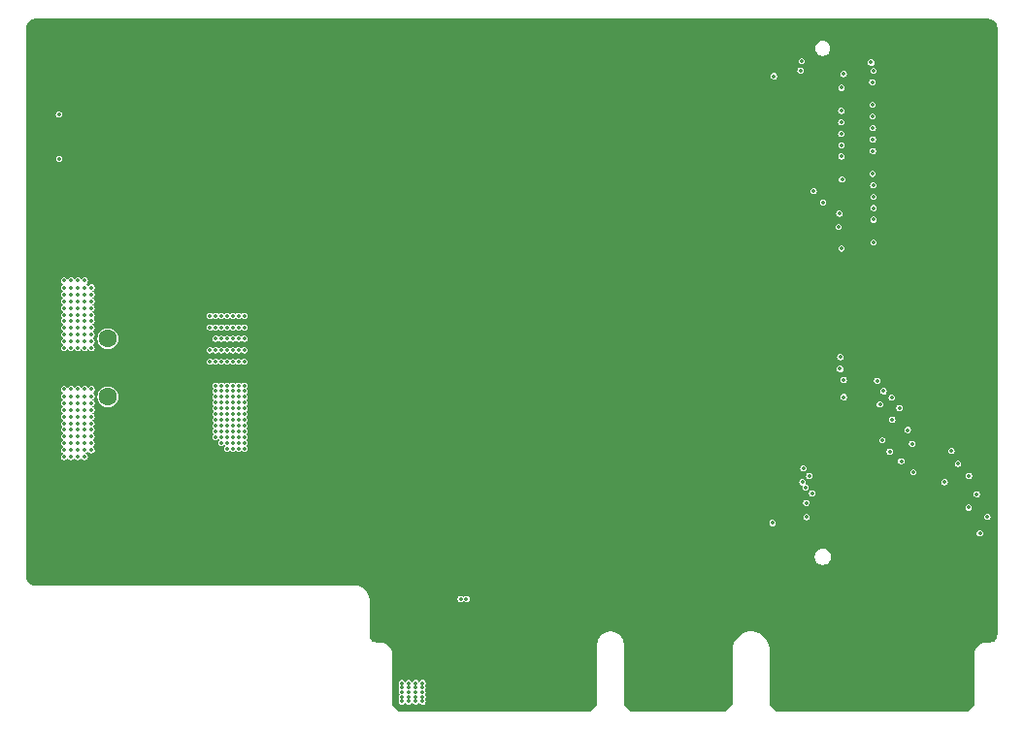
<source format=gbr>
%TF.GenerationSoftware,KiCad,Pcbnew,8.0.7*%
%TF.CreationDate,2025-02-18T16:04:48+01:00*%
%TF.ProjectId,HYDRA_VMM3_CARD_V3_Flex,48594452-415f-4564-9d4d-335f43415244,rev?*%
%TF.SameCoordinates,Original*%
%TF.FileFunction,Copper,L4,Inr*%
%TF.FilePolarity,Positive*%
%FSLAX46Y46*%
G04 Gerber Fmt 4.6, Leading zero omitted, Abs format (unit mm)*
G04 Created by KiCad (PCBNEW 8.0.7) date 2025-02-18 16:04:48*
%MOMM*%
%LPD*%
G01*
G04 APERTURE LIST*
%TA.AperFunction,ComponentPad*%
%ADD10C,2.000000*%
%TD*%
%TA.AperFunction,ComponentPad*%
%ADD11C,1.600000*%
%TD*%
%TA.AperFunction,ComponentPad*%
%ADD12R,1.600000X1.600000*%
%TD*%
%TA.AperFunction,ViaPad*%
%ADD13C,0.350000*%
%TD*%
G04 APERTURE END LIST*
D10*
X134778000Y-122000000D03*
X193073000Y-121980000D03*
X193073000Y-78280000D03*
X129698000Y-78300000D03*
X190533000Y-78280000D03*
X129698000Y-122000000D03*
X132238000Y-80840000D03*
X190533000Y-121980000D03*
X193073000Y-124520000D03*
X193073000Y-80820000D03*
X171493000Y-124540000D03*
X137318000Y-80840000D03*
D11*
X121980000Y-104590000D03*
D10*
X129698000Y-80840000D03*
X190533000Y-124520000D03*
X134778000Y-80840000D03*
X137318000Y-122000000D03*
X134778000Y-124540000D03*
X171493000Y-80840000D03*
X132238000Y-122000000D03*
X174033000Y-80820000D03*
D12*
X121980000Y-107130000D03*
D10*
X174033000Y-78280000D03*
X171493000Y-122000000D03*
X134778000Y-78300000D03*
X190533000Y-80820000D03*
D11*
X121980000Y-109670000D03*
D10*
X171493000Y-78300000D03*
X132238000Y-78300000D03*
X132238000Y-124540000D03*
X129698000Y-124540000D03*
X137318000Y-124540000D03*
X137318000Y-78300000D03*
D13*
X133890000Y-113670000D03*
X131890000Y-111170000D03*
X133390000Y-113670000D03*
X133890000Y-111670000D03*
X132890000Y-111170000D03*
X131390000Y-111170000D03*
X131890000Y-110170000D03*
X131890000Y-111670000D03*
X131890000Y-109670000D03*
X132890000Y-108670000D03*
X132890000Y-111670000D03*
X132390000Y-113670000D03*
X147630000Y-136260000D03*
X132390000Y-110170000D03*
X131890000Y-110670000D03*
X131890000Y-112670000D03*
X133390000Y-110170000D03*
X132890000Y-112170000D03*
X148230000Y-135460000D03*
X133390000Y-114170000D03*
X149430000Y-135460000D03*
X148230000Y-135860000D03*
X131890000Y-112170000D03*
X133890000Y-110170000D03*
X131890000Y-109170000D03*
X133390000Y-111170000D03*
X148230000Y-134660000D03*
X148830000Y-136260000D03*
X131390000Y-108670000D03*
X132390000Y-111170000D03*
X132390000Y-112670000D03*
X131390000Y-110670000D03*
X132390000Y-112170000D03*
X133890000Y-109170000D03*
X132390000Y-109170000D03*
X132890000Y-110170000D03*
X133890000Y-112670000D03*
X133890000Y-111170000D03*
X132390000Y-111670000D03*
X147630000Y-134660000D03*
X133390000Y-109670000D03*
X133890000Y-114170000D03*
X133890000Y-108670000D03*
X132390000Y-108670000D03*
X131390000Y-112170000D03*
X147630000Y-135060000D03*
X132390000Y-110670000D03*
X131390000Y-111670000D03*
X131890000Y-108670000D03*
X148230000Y-136260000D03*
X133390000Y-110670000D03*
X131390000Y-109670000D03*
X148830000Y-135860000D03*
X132890000Y-113670000D03*
X132390000Y-114170000D03*
X133890000Y-112170000D03*
X148830000Y-135460000D03*
X147630000Y-135860000D03*
X149430000Y-135860000D03*
X133390000Y-112670000D03*
X131890000Y-113670000D03*
X132390000Y-113170000D03*
X133390000Y-111670000D03*
X149430000Y-136260000D03*
X131390000Y-110170000D03*
X148230000Y-135060000D03*
X132890000Y-109670000D03*
X133390000Y-112170000D03*
X133390000Y-113170000D03*
X133890000Y-113170000D03*
X133890000Y-109670000D03*
X131390000Y-113170000D03*
X131390000Y-109170000D03*
X132890000Y-110670000D03*
X149430000Y-135060000D03*
X133890000Y-110670000D03*
X133390000Y-109170000D03*
X148830000Y-134660000D03*
X132890000Y-109170000D03*
X133390000Y-108670000D03*
X132390000Y-109670000D03*
X131390000Y-112670000D03*
X132890000Y-112670000D03*
X131890000Y-113170000D03*
X147630000Y-135460000D03*
X148830000Y-135060000D03*
X149430000Y-134660000D03*
X132890000Y-113170000D03*
X132890000Y-114170000D03*
X132890000Y-103590000D03*
X132890000Y-106590000D03*
X130890000Y-103590000D03*
X133390000Y-103590000D03*
X130890000Y-106590000D03*
X131390000Y-105590000D03*
X132390000Y-103590000D03*
X131390000Y-104590000D03*
X133890000Y-104590000D03*
X131390000Y-102590000D03*
X133890000Y-102590000D03*
X131890000Y-102590000D03*
X130890000Y-105590000D03*
X132390000Y-104590000D03*
X133390000Y-104590000D03*
X132890000Y-105590000D03*
X131890000Y-105590000D03*
X133390000Y-102590000D03*
X133890000Y-103590000D03*
X131390000Y-103590000D03*
X132890000Y-102590000D03*
X133890000Y-105590000D03*
X131390000Y-106590000D03*
X131890000Y-103590000D03*
X133890000Y-106590000D03*
X153260000Y-127310000D03*
X131890000Y-104590000D03*
X133390000Y-106590000D03*
X132390000Y-102590000D03*
X132390000Y-106590000D03*
X131890000Y-106590000D03*
X132390000Y-105590000D03*
X132890000Y-104590000D03*
X130890000Y-102590000D03*
X133390000Y-105590000D03*
X152775000Y-127310000D03*
X188670000Y-82180000D03*
X188690000Y-90180000D03*
X188730000Y-86180000D03*
X190360000Y-109720000D03*
X185790000Y-93670000D03*
X194980000Y-117120000D03*
X197070000Y-119330000D03*
X190190000Y-114440000D03*
X188700000Y-84150000D03*
X198050000Y-121570000D03*
X189545190Y-113454810D03*
X188720000Y-88180000D03*
X197110000Y-116550000D03*
X183562763Y-91678783D03*
X188780000Y-94180000D03*
X185990000Y-96700000D03*
X191196174Y-115275508D03*
X198720000Y-120130000D03*
X185950000Y-85680000D03*
X185980000Y-87680000D03*
X185960000Y-86680000D03*
X197790000Y-118160000D03*
X188790000Y-96170000D03*
X189330000Y-110310000D03*
X188690000Y-85170000D03*
X189100000Y-108250000D03*
X191040000Y-110630000D03*
X185855788Y-107220137D03*
X190420000Y-111650000D03*
X186180000Y-108180000D03*
X185970000Y-88670000D03*
X196150000Y-115500000D03*
X189660000Y-109170000D03*
X188790000Y-93170000D03*
X185880000Y-106190000D03*
X185960000Y-84690000D03*
X185730000Y-94810000D03*
X188750000Y-91180000D03*
X188780000Y-92190000D03*
X185990000Y-82670000D03*
X186030000Y-90670000D03*
X192135000Y-113750000D03*
X188720000Y-87180000D03*
X192240000Y-116250000D03*
X186190000Y-109680000D03*
X195580000Y-114390000D03*
X184380000Y-92670000D03*
X191760000Y-112560000D03*
X182660000Y-115900000D03*
X182850000Y-117560000D03*
X188565000Y-80465000D03*
X179960000Y-120680000D03*
X183410000Y-118080000D03*
X182501000Y-80330000D03*
X182910000Y-118920000D03*
X188770000Y-81180000D03*
X180081000Y-81659000D03*
X182940000Y-120170000D03*
X183166844Y-116563269D03*
X182570000Y-117120000D03*
X183294657Y-119153542D03*
X197558449Y-116587371D03*
X150630000Y-135860000D03*
X181298000Y-89426000D03*
X189216566Y-94289142D03*
X189196980Y-103599562D03*
X152110000Y-100938500D03*
X150630000Y-134660000D03*
X153630000Y-135060000D03*
X117860000Y-89435002D03*
X154830000Y-135860000D03*
X189236303Y-93227587D03*
X182650000Y-88200000D03*
X190940000Y-104300000D03*
X116330000Y-113200000D03*
X117900000Y-84424998D03*
X115130000Y-110300000D03*
X185814807Y-103927062D03*
X182670000Y-85180000D03*
X186254000Y-103176000D03*
X115730000Y-104300000D03*
X147590000Y-108480000D03*
X182650000Y-86200000D03*
X154230000Y-135060000D03*
X191360000Y-114830000D03*
X153918415Y-100467704D03*
X182640000Y-97200000D03*
X155430000Y-134660000D03*
X153890000Y-100080000D03*
X185977505Y-83119829D03*
X153630000Y-135460000D03*
X185870288Y-89108816D03*
X151450000Y-126670000D03*
X154830000Y-135460000D03*
X193000000Y-105130000D03*
X147736000Y-79213500D03*
X182670000Y-111210000D03*
X150000000Y-130490000D03*
X153048120Y-100244888D03*
X115130000Y-113800000D03*
X154275612Y-100924207D03*
X189137396Y-85218367D03*
X151230000Y-136260000D03*
X134390000Y-107890000D03*
X115130000Y-109700000D03*
X154230000Y-135860000D03*
X187398000Y-89426000D03*
X116330000Y-109700000D03*
X153630000Y-135860000D03*
X194985886Y-117585507D03*
X115130000Y-104900000D03*
X150030000Y-135460000D03*
X189118911Y-82211319D03*
X115130000Y-100800000D03*
X155430000Y-135460000D03*
X179723138Y-120297379D03*
X187398000Y-83426000D03*
X136780000Y-107860000D03*
X182680000Y-106200000D03*
X151230000Y-134660000D03*
X147230000Y-109290000D03*
X188803385Y-98258581D03*
X192690000Y-104200000D03*
X149320000Y-109790000D03*
X147790000Y-111680000D03*
X154230000Y-136260000D03*
X149680000Y-113300000D03*
X189200000Y-84180000D03*
X187398000Y-107426000D03*
X182650000Y-87190000D03*
X130670000Y-107860000D03*
X189181024Y-91309307D03*
X116330000Y-104900000D03*
X193100000Y-106240000D03*
X140040000Y-107860000D03*
X155430000Y-135860000D03*
X151230000Y-135460000D03*
X151450000Y-127960000D03*
X190030000Y-112980000D03*
X150030000Y-135060000D03*
X190677308Y-111280819D03*
X154830000Y-135060000D03*
X115730000Y-109700000D03*
X192520000Y-105620000D03*
X185542177Y-105892716D03*
X116330000Y-113800000D03*
X191402884Y-110363885D03*
X185368259Y-95077667D03*
X198192304Y-121143091D03*
X182660000Y-91200000D03*
X157736000Y-79213500D03*
X154230000Y-134660000D03*
X192190000Y-103800000D03*
X183080151Y-117004842D03*
X182642632Y-119832253D03*
X146157552Y-108617539D03*
X115130000Y-101400000D03*
X115730000Y-104900000D03*
X197095673Y-118880730D03*
X148345137Y-108884725D03*
X148787663Y-110780074D03*
X186225416Y-109231393D03*
X149980000Y-126560000D03*
X192540687Y-113555270D03*
X115130000Y-113200000D03*
X115130000Y-104300000D03*
X196492875Y-115208557D03*
X182650000Y-109210000D03*
X150630000Y-136260000D03*
X189239808Y-96156770D03*
X116330000Y-110900000D03*
X148590000Y-112480000D03*
X182680000Y-103210000D03*
X154830000Y-134660000D03*
X115730000Y-113200000D03*
X189466182Y-107988441D03*
X150030000Y-134660000D03*
X150030000Y-135860000D03*
X182650000Y-98200000D03*
X151230000Y-135060000D03*
X149660000Y-111240000D03*
X116330000Y-110300000D03*
X188680000Y-99520000D03*
X189230003Y-92190000D03*
X115730000Y-110300000D03*
X156736000Y-80213500D03*
X115730000Y-110900000D03*
X115730000Y-100800000D03*
X182670000Y-94190000D03*
X185955486Y-96251323D03*
X155430000Y-135060000D03*
X189129839Y-90275100D03*
X129190000Y-107860000D03*
X198233879Y-118086020D03*
X182690000Y-100200000D03*
X115130000Y-110900000D03*
X158736000Y-80213500D03*
X192750000Y-106750000D03*
X115130000Y-103700000D03*
X181812000Y-107366000D03*
X146736000Y-80213500D03*
X150630000Y-135060000D03*
X181298000Y-95426000D03*
X182966336Y-82998966D03*
X154579847Y-101361838D03*
X115730000Y-101400000D03*
X189162556Y-88261524D03*
X150000000Y-115980000D03*
X153060000Y-126620000D03*
X148736000Y-80213500D03*
X151230000Y-135860000D03*
X190757975Y-109509957D03*
X153630000Y-136260000D03*
X182640000Y-93200000D03*
X187398000Y-95426000D03*
X184163624Y-93064568D03*
X149990000Y-120710000D03*
X183380000Y-92090000D03*
X150630000Y-135460000D03*
X182690000Y-105210000D03*
X153030000Y-128000000D03*
X145680000Y-109410000D03*
X185977148Y-99619819D03*
X182670000Y-112200000D03*
X181298000Y-83426000D03*
X115730000Y-103700000D03*
X182690000Y-104220000D03*
X179910000Y-115190000D03*
X150030000Y-136260000D03*
X116330000Y-104300000D03*
X182650000Y-92210000D03*
X117869364Y-85575002D03*
X190559181Y-114697308D03*
X186180000Y-107660000D03*
X144640000Y-108150000D03*
X117840000Y-88284998D03*
X155430000Y-136260000D03*
X154230000Y-135460000D03*
X116330000Y-100200000D03*
X183360000Y-117620000D03*
X196009115Y-114254490D03*
X189161729Y-87265892D03*
X185348736Y-93581747D03*
X116330000Y-101400000D03*
X115730000Y-100200000D03*
X153630000Y-134660000D03*
X115730000Y-113800000D03*
X115730000Y-114400000D03*
X147910000Y-110300000D03*
X115130000Y-100200000D03*
X182660000Y-99200000D03*
X189756909Y-110167696D03*
X191720000Y-104170000D03*
X180223000Y-110748249D03*
X181298000Y-101426000D03*
X154068679Y-101795804D03*
X182650000Y-110220000D03*
X189175260Y-86245160D03*
X179960000Y-111690000D03*
X190056214Y-108956654D03*
X192148703Y-112333257D03*
X116330000Y-100800000D03*
X115130000Y-114400000D03*
X142130000Y-107840000D03*
X146580000Y-110150000D03*
X116330000Y-103700000D03*
X192360000Y-104670000D03*
X116330000Y-114400000D03*
X192290000Y-106540000D03*
X192655810Y-116077941D03*
X154830000Y-136260000D03*
X198787412Y-119685075D03*
X182710000Y-114690000D03*
X188410000Y-130470000D03*
X159670000Y-119400000D03*
X170240000Y-135480000D03*
X176160000Y-101920000D03*
X179270000Y-83470000D03*
X196450000Y-135980000D03*
X180590000Y-119310000D03*
X157290000Y-93050000D03*
X186560000Y-133690000D03*
X188770000Y-123010000D03*
X187270000Y-122660000D03*
X160870000Y-135620000D03*
X161891239Y-88298202D03*
X183630000Y-120860000D03*
X162050000Y-135600000D03*
X174743433Y-95776258D03*
X186580000Y-135480000D03*
X186394770Y-85748426D03*
X182367446Y-115558072D03*
X186409854Y-84678465D03*
X168550000Y-99160000D03*
X178190000Y-119910000D03*
X159650000Y-135630000D03*
X188950000Y-125370000D03*
X186427975Y-87637336D03*
X169060000Y-135490000D03*
X178190000Y-107910000D03*
X190110000Y-115450000D03*
X169610000Y-124170000D03*
X176504321Y-86194284D03*
X186290190Y-117929810D03*
X174580000Y-108210000D03*
X176020000Y-108320000D03*
X164330000Y-134420000D03*
X190240000Y-133860000D03*
X186840000Y-127810000D03*
X166740000Y-126240000D03*
X193020000Y-127430000D03*
X184710000Y-127790000D03*
X176785000Y-114130000D03*
X168540000Y-124650000D03*
X173280000Y-109300000D03*
X179610000Y-126640000D03*
X186391717Y-86806976D03*
X195020000Y-123180000D03*
X171250000Y-127370000D03*
X190030000Y-117810000D03*
X172660000Y-135470000D03*
X195000000Y-120460000D03*
X192440000Y-128850000D03*
X173280000Y-115300000D03*
X188750000Y-126420000D03*
X180660000Y-126630000D03*
X171660000Y-105290000D03*
X165045000Y-119270000D03*
X167560000Y-88340000D03*
X169670000Y-86170000D03*
X167430000Y-90200000D03*
X185380000Y-135440000D03*
X168870000Y-127780000D03*
X181670000Y-133500000D03*
X166760000Y-106180000D03*
X194670000Y-135940000D03*
X173860000Y-135490000D03*
X181780000Y-135470000D03*
X168660000Y-130060000D03*
X163216161Y-131443448D03*
X172940000Y-85230000D03*
X175270000Y-120240000D03*
X167670000Y-108280000D03*
X180460000Y-132380000D03*
X169640000Y-83560000D03*
X189570000Y-119730000D03*
X178940000Y-101590000D03*
X171020000Y-99710000D03*
X171340000Y-112310000D03*
X184150000Y-133520000D03*
X165527358Y-96508056D03*
X191480000Y-129090000D03*
X176020000Y-88230000D03*
X187710000Y-135490000D03*
X157230000Y-107190000D03*
X176020000Y-120320000D03*
X159680000Y-131440000D03*
X162030000Y-120200000D03*
X162030000Y-109540000D03*
X177460000Y-113920000D03*
X160820000Y-109950000D03*
X180250000Y-128240000D03*
X173930000Y-121040000D03*
X168180000Y-97900000D03*
X173280000Y-121300000D03*
X175270000Y-114240000D03*
X196600000Y-134730000D03*
X195870000Y-135990000D03*
X175270000Y-108240000D03*
X177320000Y-127240000D03*
X163270000Y-135580000D03*
X191700000Y-135920000D03*
X162057481Y-131458694D03*
X174580000Y-114210000D03*
X180690000Y-85200000D03*
X171470000Y-135500000D03*
X193450000Y-135970000D03*
X176785000Y-108130000D03*
X172580000Y-133610000D03*
X168550000Y-118810000D03*
X164570000Y-87340000D03*
X188930000Y-135500000D03*
X188870000Y-133820000D03*
X158390000Y-108510000D03*
X187730000Y-133690000D03*
X167080000Y-97310000D03*
X161980000Y-98090000D03*
X173930000Y-115040000D03*
X184160000Y-135460000D03*
X170625611Y-128272325D03*
X185920000Y-115920000D03*
X157230000Y-135580000D03*
X192880000Y-135920000D03*
X186340000Y-130350000D03*
X160910000Y-119900000D03*
X183000000Y-135500000D03*
X169520000Y-99570000D03*
X197290000Y-135640000D03*
X178915190Y-127894810D03*
X178190000Y-113910000D03*
X162690000Y-93330000D03*
X158400000Y-131430000D03*
X173800000Y-133590000D03*
X167430000Y-92160000D03*
X160690000Y-131380000D03*
X165820000Y-88140000D03*
X182325570Y-126334430D03*
X178040000Y-94130000D03*
X159060000Y-92990000D03*
X168600000Y-104510000D03*
X158480000Y-135580000D03*
X179630000Y-118950000D03*
X168480000Y-110270000D03*
X182010190Y-125099810D03*
X175080000Y-135520000D03*
X178750000Y-97170000D03*
X170080000Y-92050000D03*
X158346595Y-118805012D03*
X184390000Y-120360000D03*
X195280000Y-135970000D03*
X184530000Y-129460000D03*
X194070000Y-135970000D03*
X174580000Y-120210000D03*
X183010000Y-133450000D03*
X165930000Y-121450000D03*
X192310000Y-135920000D03*
X177670000Y-98130000D03*
X163170000Y-120470000D03*
X167720000Y-118130000D03*
X185520000Y-113370000D03*
X164290000Y-120590000D03*
X159580000Y-108170000D03*
X166790000Y-117990000D03*
X177690000Y-92230000D03*
X172240000Y-131080000D03*
X190170000Y-135530000D03*
X178940000Y-107590000D03*
X178940000Y-119590000D03*
X176020000Y-114320000D03*
X169600000Y-119830000D03*
X176785000Y-120130000D03*
X172780000Y-100080000D03*
X173930000Y-109040000D03*
X183330000Y-122240000D03*
X181145190Y-126074810D03*
X169600000Y-112240000D03*
X183940000Y-129880000D03*
X161300000Y-92460000D03*
X167759404Y-132434424D03*
X185410000Y-133600000D03*
X178940000Y-113590000D03*
X182030000Y-120940000D03*
X172936808Y-87223374D03*
X165778913Y-107370675D03*
X157090000Y-118670000D03*
X173280000Y-103300000D03*
X164450000Y-129170000D03*
X187700000Y-126520000D03*
X191080000Y-135910000D03*
X166630000Y-129220000D03*
X174150000Y-89560000D03*
X185967701Y-120464978D03*
X157130000Y-130990000D03*
X163240000Y-99550000D03*
X189490000Y-129430000D03*
X177400000Y-99210000D03*
X177460000Y-119920000D03*
X179934622Y-87177637D03*
X186180000Y-81470000D03*
X182410000Y-81170000D03*
X117735000Y-88860000D03*
X117725000Y-85000000D03*
X118173500Y-109598500D03*
X119373500Y-111998500D03*
X119973500Y-111998500D03*
X118773500Y-111998500D03*
X118773500Y-109598500D03*
X120573500Y-109598500D03*
X119973500Y-111398500D03*
X119373500Y-110798500D03*
X119373500Y-108998500D03*
X118173500Y-112513500D03*
X120573500Y-108998500D03*
X118173500Y-111398500D03*
X118773500Y-113113500D03*
X118773500Y-110798500D03*
X120573500Y-112513500D03*
X118773500Y-108998500D03*
X120573500Y-113113500D03*
X120573500Y-111398500D03*
X119973500Y-110198500D03*
X119373500Y-110198500D03*
X118773500Y-111398500D03*
X120573500Y-110198500D03*
X119373500Y-114313500D03*
X119373500Y-109598500D03*
X120573500Y-114313500D03*
X118773500Y-114313500D03*
X118173500Y-111998500D03*
X118773500Y-110198500D03*
X118773500Y-112513500D03*
X119373500Y-114913500D03*
X118773500Y-113713500D03*
X119373500Y-111398500D03*
X118773500Y-114913500D03*
X120573500Y-110798500D03*
X119973500Y-108998500D03*
X118173500Y-110798500D03*
X118173500Y-113113500D03*
X119973500Y-109598500D03*
X119973500Y-113713500D03*
X118173500Y-114913500D03*
X120573500Y-113713500D03*
X119973500Y-113113500D03*
X120573500Y-111998500D03*
X119973500Y-112513500D03*
X119373500Y-113713500D03*
X119373500Y-112513500D03*
X118173500Y-108998500D03*
X118173500Y-110198500D03*
X119973500Y-114313500D03*
X119373500Y-113113500D03*
X119973500Y-110798500D03*
X118173500Y-114313500D03*
X118173500Y-113713500D03*
X119973500Y-114913500D03*
X120573500Y-103013500D03*
X119373500Y-100113500D03*
X118173500Y-100113500D03*
X119973500Y-101313500D03*
X119973500Y-105413500D03*
X118173500Y-104213500D03*
X118173500Y-101313500D03*
X120573500Y-100113500D03*
X119373500Y-104213500D03*
X118173500Y-104813500D03*
X118773500Y-100113500D03*
X119973500Y-99513500D03*
X120573500Y-100713500D03*
X118773500Y-102513500D03*
X118773500Y-104213500D03*
X119373500Y-105413500D03*
X118173500Y-102513500D03*
X119373500Y-102513500D03*
X119973500Y-104213500D03*
X118773500Y-101313500D03*
X118773500Y-104813500D03*
X119373500Y-101913500D03*
X118773500Y-103613500D03*
X118773500Y-99513500D03*
X120573500Y-101913500D03*
X120573500Y-104213500D03*
X119373500Y-99513500D03*
X119973500Y-103013500D03*
X119373500Y-103013500D03*
X118173500Y-105413500D03*
X118773500Y-100713500D03*
X119373500Y-103613500D03*
X119373500Y-104813500D03*
X119973500Y-103613500D03*
X119973500Y-102513500D03*
X120573500Y-104813500D03*
X118773500Y-101913500D03*
X118173500Y-101913500D03*
X120573500Y-101313500D03*
X119973500Y-104813500D03*
X118173500Y-103013500D03*
X120573500Y-102513500D03*
X119973500Y-101913500D03*
X118173500Y-99513500D03*
X118173500Y-100713500D03*
X119373500Y-100713500D03*
X120573500Y-105413500D03*
X120573500Y-103613500D03*
X119373500Y-101313500D03*
X119973500Y-100713500D03*
X118773500Y-105413500D03*
X118173500Y-103613500D03*
X118773500Y-103013500D03*
X119973500Y-100113500D03*
%TA.AperFunction,Conductor*%
G36*
X198832396Y-76650736D02*
G01*
X198971417Y-76664428D01*
X198980839Y-76666302D01*
X199112205Y-76706151D01*
X199121072Y-76709824D01*
X199186123Y-76744595D01*
X199242144Y-76774539D01*
X199250130Y-76779875D01*
X199356245Y-76866961D01*
X199363038Y-76873754D01*
X199450124Y-76979869D01*
X199455460Y-76987855D01*
X199520173Y-77108923D01*
X199523849Y-77117798D01*
X199563697Y-77249161D01*
X199565571Y-77258582D01*
X199579264Y-77397603D01*
X199579500Y-77402406D01*
X199579500Y-130397593D01*
X199579264Y-130402396D01*
X199565571Y-130541417D01*
X199563697Y-130550838D01*
X199523849Y-130682201D01*
X199520173Y-130691076D01*
X199455460Y-130812144D01*
X199450124Y-130820130D01*
X199363038Y-130926245D01*
X199356245Y-130933038D01*
X199250130Y-131020124D01*
X199242144Y-131025460D01*
X199121076Y-131090173D01*
X199112201Y-131093849D01*
X198980838Y-131133697D01*
X198971417Y-131135571D01*
X198832396Y-131149264D01*
X198827593Y-131149500D01*
X198492467Y-131149500D01*
X198389316Y-131167687D01*
X198320062Y-131179899D01*
X198320061Y-131179899D01*
X198320057Y-131179900D01*
X198155556Y-131239774D01*
X198155548Y-131239778D01*
X198003945Y-131327307D01*
X198003939Y-131327312D01*
X197869838Y-131439835D01*
X197869835Y-131439838D01*
X197757312Y-131573939D01*
X197757307Y-131573945D01*
X197669778Y-131725548D01*
X197669774Y-131725556D01*
X197609900Y-131890057D01*
X197579500Y-132062467D01*
X197579500Y-136525943D01*
X197565148Y-136560591D01*
X196990591Y-137135148D01*
X196955943Y-137149500D01*
X180344057Y-137149500D01*
X180309409Y-137135148D01*
X179734851Y-136560590D01*
X179720499Y-136525942D01*
X179720499Y-131758319D01*
X179721844Y-131749521D01*
X179721693Y-131749502D01*
X179722245Y-131745248D01*
X179720550Y-131707948D01*
X179720499Y-131705723D01*
X179720499Y-131662674D01*
X179719557Y-131657938D01*
X179719889Y-131657871D01*
X179717817Y-131648584D01*
X179714706Y-131581107D01*
X179668650Y-131345271D01*
X179588449Y-131118759D01*
X179475843Y-130906487D01*
X179333274Y-130713059D01*
X179313154Y-130692826D01*
X179163843Y-130542678D01*
X178971212Y-130399030D01*
X178971210Y-130399029D01*
X178971209Y-130399028D01*
X178759569Y-130285238D01*
X178759564Y-130285236D01*
X178759560Y-130285234D01*
X178533512Y-130203775D01*
X178533506Y-130203773D01*
X178297937Y-130156402D01*
X178105949Y-130146601D01*
X178057954Y-130144151D01*
X178057953Y-130144151D01*
X177818779Y-130167286D01*
X177585600Y-130225304D01*
X177363474Y-130316948D01*
X177363470Y-130316950D01*
X177157214Y-130440234D01*
X176971307Y-130592478D01*
X176809785Y-130770378D01*
X176676145Y-130970080D01*
X176573291Y-131187253D01*
X176503458Y-131417174D01*
X176468160Y-131654845D01*
X176468159Y-131654854D01*
X176468082Y-131775016D01*
X176468082Y-131819168D01*
X176468756Y-131822991D01*
X176469500Y-131831500D01*
X176469500Y-136525943D01*
X176455148Y-136560591D01*
X175880591Y-137135148D01*
X175845943Y-137149500D01*
X167634057Y-137149500D01*
X167599409Y-137135148D01*
X167024852Y-136560591D01*
X167010500Y-136525943D01*
X167010500Y-131222163D01*
X167010500Y-131222157D01*
X166974783Y-131019596D01*
X166904434Y-130826315D01*
X166872139Y-130770378D01*
X166801594Y-130648190D01*
X166801591Y-130648186D01*
X166669379Y-130490621D01*
X166511814Y-130358409D01*
X166511813Y-130358408D01*
X166511809Y-130358405D01*
X166333691Y-130255569D01*
X166333683Y-130255565D01*
X166140408Y-130185218D01*
X166140405Y-130185217D01*
X166140404Y-130185217D01*
X165937843Y-130149500D01*
X165732157Y-130149500D01*
X165732156Y-130149500D01*
X165610952Y-130170871D01*
X165529596Y-130185217D01*
X165529595Y-130185217D01*
X165529591Y-130185218D01*
X165336316Y-130255565D01*
X165336308Y-130255569D01*
X165158190Y-130358405D01*
X165000621Y-130490621D01*
X164868405Y-130648190D01*
X164765569Y-130826308D01*
X164765565Y-130826316D01*
X164695218Y-131019591D01*
X164659500Y-131222156D01*
X164659500Y-136525943D01*
X164645148Y-136560591D01*
X164070591Y-137135148D01*
X164035943Y-137149500D01*
X147424057Y-137149500D01*
X147389409Y-137135148D01*
X146814852Y-136560591D01*
X146800500Y-136525943D01*
X146800500Y-134659997D01*
X147349103Y-134659997D01*
X147349103Y-134660002D01*
X147370483Y-134767492D01*
X147414105Y-134832777D01*
X147421421Y-134869560D01*
X147414105Y-134887223D01*
X147370483Y-134952507D01*
X147349103Y-135059997D01*
X147349103Y-135060002D01*
X147370483Y-135167492D01*
X147414105Y-135232777D01*
X147421421Y-135269560D01*
X147414105Y-135287223D01*
X147370483Y-135352507D01*
X147349103Y-135459997D01*
X147349103Y-135460002D01*
X147370483Y-135567492D01*
X147414105Y-135632777D01*
X147421421Y-135669560D01*
X147414105Y-135687223D01*
X147370483Y-135752507D01*
X147349103Y-135859997D01*
X147349103Y-135860002D01*
X147370483Y-135967492D01*
X147414105Y-136032777D01*
X147421421Y-136069560D01*
X147414105Y-136087223D01*
X147370483Y-136152507D01*
X147349103Y-136259997D01*
X147349103Y-136260002D01*
X147370483Y-136367492D01*
X147431375Y-136458624D01*
X147491991Y-136499126D01*
X147522505Y-136519515D01*
X147522507Y-136519516D01*
X147629997Y-136540897D01*
X147630000Y-136540897D01*
X147630003Y-136540897D01*
X147737492Y-136519516D01*
X147737492Y-136519515D01*
X147737495Y-136519515D01*
X147828624Y-136458624D01*
X147889258Y-136367878D01*
X147920440Y-136347044D01*
X147957223Y-136354360D01*
X147970742Y-136367879D01*
X148031375Y-136458624D01*
X148091991Y-136499126D01*
X148122505Y-136519515D01*
X148122507Y-136519516D01*
X148229997Y-136540897D01*
X148230000Y-136540897D01*
X148230003Y-136540897D01*
X148337492Y-136519516D01*
X148337492Y-136519515D01*
X148337495Y-136519515D01*
X148428624Y-136458624D01*
X148489258Y-136367878D01*
X148520440Y-136347044D01*
X148557223Y-136354360D01*
X148570742Y-136367879D01*
X148631375Y-136458624D01*
X148691991Y-136499126D01*
X148722505Y-136519515D01*
X148722507Y-136519516D01*
X148829997Y-136540897D01*
X148830000Y-136540897D01*
X148830003Y-136540897D01*
X148937492Y-136519516D01*
X148937492Y-136519515D01*
X148937495Y-136519515D01*
X149028624Y-136458624D01*
X149089258Y-136367878D01*
X149120440Y-136347044D01*
X149157223Y-136354360D01*
X149170742Y-136367879D01*
X149231375Y-136458624D01*
X149291991Y-136499126D01*
X149322505Y-136519515D01*
X149322507Y-136519516D01*
X149429997Y-136540897D01*
X149430000Y-136540897D01*
X149430003Y-136540897D01*
X149537492Y-136519516D01*
X149537492Y-136519515D01*
X149537495Y-136519515D01*
X149628624Y-136458624D01*
X149689515Y-136367495D01*
X149710897Y-136260000D01*
X149710897Y-136259997D01*
X149689516Y-136152507D01*
X149689515Y-136152505D01*
X149645893Y-136087221D01*
X149638577Y-136050441D01*
X149645893Y-136032779D01*
X149689515Y-135967495D01*
X149693584Y-135947043D01*
X149710897Y-135860002D01*
X149710897Y-135859997D01*
X149689516Y-135752507D01*
X149689515Y-135752505D01*
X149645893Y-135687221D01*
X149638577Y-135650441D01*
X149645893Y-135632779D01*
X149689515Y-135567495D01*
X149693584Y-135547043D01*
X149710897Y-135460002D01*
X149710897Y-135459997D01*
X149689516Y-135352507D01*
X149689515Y-135352505D01*
X149645893Y-135287221D01*
X149638577Y-135250441D01*
X149645893Y-135232779D01*
X149689515Y-135167495D01*
X149693584Y-135147043D01*
X149710897Y-135060002D01*
X149710897Y-135059997D01*
X149689516Y-134952507D01*
X149689515Y-134952505D01*
X149645893Y-134887221D01*
X149638577Y-134850441D01*
X149645893Y-134832779D01*
X149689515Y-134767495D01*
X149693584Y-134747043D01*
X149710897Y-134660002D01*
X149710897Y-134659997D01*
X149689516Y-134552507D01*
X149689257Y-134552120D01*
X149669126Y-134521991D01*
X149628624Y-134461375D01*
X149537492Y-134400483D01*
X149430003Y-134379103D01*
X149429997Y-134379103D01*
X149322507Y-134400483D01*
X149231375Y-134461375D01*
X149170742Y-134552120D01*
X149139559Y-134572956D01*
X149102777Y-134565639D01*
X149089258Y-134552120D01*
X149028624Y-134461375D01*
X148937492Y-134400483D01*
X148830003Y-134379103D01*
X148829997Y-134379103D01*
X148722507Y-134400483D01*
X148631375Y-134461375D01*
X148570742Y-134552120D01*
X148539559Y-134572956D01*
X148502777Y-134565639D01*
X148489258Y-134552120D01*
X148428624Y-134461375D01*
X148337492Y-134400483D01*
X148230003Y-134379103D01*
X148229997Y-134379103D01*
X148122507Y-134400483D01*
X148031375Y-134461375D01*
X147970742Y-134552120D01*
X147939559Y-134572956D01*
X147902777Y-134565639D01*
X147889258Y-134552120D01*
X147828624Y-134461375D01*
X147737492Y-134400483D01*
X147630003Y-134379103D01*
X147629997Y-134379103D01*
X147522507Y-134400483D01*
X147431375Y-134461375D01*
X147370483Y-134552507D01*
X147349103Y-134659997D01*
X146800500Y-134659997D01*
X146800500Y-132062474D01*
X146800500Y-132062468D01*
X146770101Y-131890062D01*
X146710225Y-131725555D01*
X146700059Y-131707948D01*
X146622692Y-131573945D01*
X146622687Y-131573939D01*
X146510164Y-131439838D01*
X146510161Y-131439835D01*
X146376060Y-131327312D01*
X146376054Y-131327307D01*
X146224451Y-131239778D01*
X146224443Y-131239774D01*
X146059942Y-131179900D01*
X146059943Y-131179900D01*
X146059938Y-131179899D01*
X145887532Y-131149500D01*
X145552407Y-131149500D01*
X145547604Y-131149264D01*
X145408582Y-131135571D01*
X145399161Y-131133697D01*
X145267798Y-131093849D01*
X145258923Y-131090173D01*
X145137855Y-131025460D01*
X145129869Y-131020124D01*
X145023754Y-130933038D01*
X145016961Y-130926245D01*
X144929875Y-130820130D01*
X144924539Y-130812144D01*
X144859824Y-130691072D01*
X144856151Y-130682205D01*
X144816302Y-130550838D01*
X144814428Y-130541417D01*
X144800736Y-130402396D01*
X144800500Y-130397593D01*
X144800500Y-127309997D01*
X152494103Y-127309997D01*
X152494103Y-127310002D01*
X152515483Y-127417492D01*
X152576375Y-127508624D01*
X152636991Y-127549126D01*
X152667505Y-127569515D01*
X152667507Y-127569516D01*
X152774997Y-127590897D01*
X152775000Y-127590897D01*
X152775003Y-127590897D01*
X152882492Y-127569516D01*
X152882492Y-127569515D01*
X152882495Y-127569515D01*
X152973624Y-127508624D01*
X152973625Y-127508623D01*
X152976758Y-127503935D01*
X153007940Y-127483099D01*
X153044722Y-127490415D01*
X153058242Y-127503935D01*
X153061374Y-127508623D01*
X153106940Y-127539069D01*
X153152505Y-127569515D01*
X153152507Y-127569516D01*
X153259997Y-127590897D01*
X153260000Y-127590897D01*
X153260003Y-127590897D01*
X153367492Y-127569516D01*
X153367492Y-127569515D01*
X153367495Y-127569515D01*
X153458624Y-127508624D01*
X153519515Y-127417495D01*
X153532907Y-127350172D01*
X153540897Y-127310002D01*
X153540897Y-127309997D01*
X153519516Y-127202507D01*
X153458624Y-127111375D01*
X153367492Y-127050483D01*
X153260003Y-127029103D01*
X153259997Y-127029103D01*
X153152507Y-127050483D01*
X153061375Y-127111375D01*
X153058241Y-127116067D01*
X153027057Y-127136901D01*
X152990275Y-127129583D01*
X152976759Y-127116067D01*
X152973624Y-127111375D01*
X152882492Y-127050483D01*
X152775003Y-127029103D01*
X152774997Y-127029103D01*
X152667507Y-127050483D01*
X152576375Y-127111375D01*
X152515483Y-127202507D01*
X152494103Y-127309997D01*
X144800500Y-127309997D01*
X144800500Y-127301583D01*
X144784808Y-127202505D01*
X144769709Y-127107174D01*
X144708884Y-126919975D01*
X144683432Y-126870023D01*
X144619527Y-126744600D01*
X144619525Y-126744597D01*
X144619524Y-126744595D01*
X144503828Y-126585354D01*
X144503824Y-126585350D01*
X144503822Y-126585347D01*
X144364652Y-126446177D01*
X144364653Y-126446177D01*
X144205399Y-126330472D01*
X144030026Y-126241116D01*
X143842826Y-126180291D01*
X143842823Y-126180290D01*
X143693482Y-126156637D01*
X143648417Y-126149500D01*
X143648416Y-126149500D01*
X115632407Y-126149500D01*
X115627604Y-126149264D01*
X115488582Y-126135571D01*
X115479161Y-126133697D01*
X115347798Y-126093849D01*
X115338923Y-126090173D01*
X115217855Y-126025460D01*
X115209869Y-126020124D01*
X115103754Y-125933038D01*
X115096961Y-125926245D01*
X115009875Y-125820130D01*
X115004539Y-125812144D01*
X114939824Y-125691072D01*
X114936151Y-125682205D01*
X114896302Y-125550838D01*
X114894428Y-125541417D01*
X114880736Y-125402396D01*
X114880500Y-125397593D01*
X114880500Y-123557001D01*
X183647500Y-123557001D01*
X183647500Y-123694998D01*
X183674417Y-123830318D01*
X183674420Y-123830328D01*
X183727225Y-123957811D01*
X183758137Y-124004074D01*
X183803883Y-124072539D01*
X183901460Y-124170116D01*
X183947102Y-124200613D01*
X184016189Y-124246775D01*
X184143672Y-124299580D01*
X184143678Y-124299581D01*
X184143681Y-124299582D01*
X184279001Y-124326499D01*
X184279007Y-124326500D01*
X184416993Y-124326500D01*
X184552328Y-124299580D01*
X184679811Y-124246775D01*
X184794542Y-124170114D01*
X184892114Y-124072542D01*
X184968775Y-123957811D01*
X185021580Y-123830328D01*
X185048500Y-123694993D01*
X185048500Y-123557007D01*
X185021580Y-123421672D01*
X184968775Y-123294189D01*
X184922613Y-123225102D01*
X184892116Y-123179460D01*
X184794539Y-123081883D01*
X184726074Y-123036137D01*
X184679811Y-123005225D01*
X184679808Y-123005223D01*
X184679807Y-123005223D01*
X184552329Y-122952420D01*
X184552318Y-122952417D01*
X184416998Y-122925500D01*
X184416993Y-122925500D01*
X184279007Y-122925500D01*
X184279001Y-122925500D01*
X184143681Y-122952417D01*
X184143670Y-122952420D01*
X184016192Y-123005223D01*
X183901460Y-123081883D01*
X183803883Y-123179460D01*
X183727223Y-123294192D01*
X183674420Y-123421670D01*
X183674417Y-123421681D01*
X183647500Y-123557001D01*
X114880500Y-123557001D01*
X114880500Y-121569997D01*
X197769103Y-121569997D01*
X197769103Y-121570002D01*
X197790483Y-121677492D01*
X197851375Y-121768624D01*
X197911991Y-121809126D01*
X197942505Y-121829515D01*
X197942507Y-121829516D01*
X198049997Y-121850897D01*
X198050000Y-121850897D01*
X198050003Y-121850897D01*
X198157492Y-121829516D01*
X198157492Y-121829515D01*
X198157495Y-121829515D01*
X198248624Y-121768624D01*
X198309515Y-121677495D01*
X198330897Y-121570000D01*
X198330897Y-121569997D01*
X198309516Y-121462507D01*
X198248624Y-121371375D01*
X198157492Y-121310483D01*
X198050003Y-121289103D01*
X198049997Y-121289103D01*
X197942507Y-121310483D01*
X197851375Y-121371375D01*
X197790483Y-121462507D01*
X197769103Y-121569997D01*
X114880500Y-121569997D01*
X114880500Y-120679997D01*
X179679103Y-120679997D01*
X179679103Y-120680002D01*
X179700483Y-120787492D01*
X179761375Y-120878624D01*
X179821991Y-120919126D01*
X179852505Y-120939515D01*
X179852507Y-120939516D01*
X179959997Y-120960897D01*
X179960000Y-120960897D01*
X179960003Y-120960897D01*
X180067492Y-120939516D01*
X180067492Y-120939515D01*
X180067495Y-120939515D01*
X180158624Y-120878624D01*
X180219515Y-120787495D01*
X180240897Y-120680000D01*
X180240897Y-120679997D01*
X180219516Y-120572507D01*
X180158624Y-120481375D01*
X180067492Y-120420483D01*
X179960003Y-120399103D01*
X179959997Y-120399103D01*
X179852507Y-120420483D01*
X179761375Y-120481375D01*
X179700483Y-120572507D01*
X179679103Y-120679997D01*
X114880500Y-120679997D01*
X114880500Y-120169997D01*
X182659103Y-120169997D01*
X182659103Y-120170002D01*
X182680483Y-120277492D01*
X182741375Y-120368624D01*
X182801991Y-120409126D01*
X182832505Y-120429515D01*
X182832507Y-120429516D01*
X182939997Y-120450897D01*
X182940000Y-120450897D01*
X182940003Y-120450897D01*
X183047492Y-120429516D01*
X183047492Y-120429515D01*
X183047495Y-120429515D01*
X183138624Y-120368624D01*
X183199515Y-120277495D01*
X183207472Y-120237495D01*
X183220897Y-120170002D01*
X183220897Y-120169997D01*
X183212941Y-120129997D01*
X198439103Y-120129997D01*
X198439103Y-120130002D01*
X198460483Y-120237492D01*
X198521375Y-120328624D01*
X198581240Y-120368624D01*
X198612505Y-120389515D01*
X198612507Y-120389516D01*
X198719997Y-120410897D01*
X198720000Y-120410897D01*
X198720003Y-120410897D01*
X198827492Y-120389516D01*
X198827492Y-120389515D01*
X198827495Y-120389515D01*
X198918624Y-120328624D01*
X198979515Y-120237495D01*
X198992941Y-120170002D01*
X199000897Y-120130002D01*
X199000897Y-120129997D01*
X198979516Y-120022507D01*
X198918624Y-119931375D01*
X198827492Y-119870483D01*
X198720003Y-119849103D01*
X198719997Y-119849103D01*
X198612507Y-119870483D01*
X198521375Y-119931375D01*
X198460483Y-120022507D01*
X198439103Y-120129997D01*
X183212941Y-120129997D01*
X183199516Y-120062507D01*
X183138624Y-119971375D01*
X183047492Y-119910483D01*
X182940003Y-119889103D01*
X182939997Y-119889103D01*
X182832507Y-119910483D01*
X182741375Y-119971375D01*
X182680483Y-120062507D01*
X182659103Y-120169997D01*
X114880500Y-120169997D01*
X114880500Y-119329997D01*
X196789103Y-119329997D01*
X196789103Y-119330002D01*
X196810483Y-119437492D01*
X196871375Y-119528624D01*
X196931991Y-119569126D01*
X196962505Y-119589515D01*
X196962507Y-119589516D01*
X197069997Y-119610897D01*
X197070000Y-119610897D01*
X197070003Y-119610897D01*
X197177492Y-119589516D01*
X197177492Y-119589515D01*
X197177495Y-119589515D01*
X197268624Y-119528624D01*
X197329515Y-119437495D01*
X197350897Y-119330000D01*
X197350897Y-119329997D01*
X197329516Y-119222507D01*
X197268624Y-119131375D01*
X197177492Y-119070483D01*
X197070003Y-119049103D01*
X197069997Y-119049103D01*
X196962507Y-119070483D01*
X196871375Y-119131375D01*
X196810483Y-119222507D01*
X196789103Y-119329997D01*
X114880500Y-119329997D01*
X114880500Y-118919997D01*
X182629103Y-118919997D01*
X182629103Y-118920002D01*
X182650483Y-119027492D01*
X182711375Y-119118624D01*
X182771991Y-119159126D01*
X182802505Y-119179515D01*
X182802507Y-119179516D01*
X182909997Y-119200897D01*
X182910000Y-119200897D01*
X182910003Y-119200897D01*
X183017492Y-119179516D01*
X183017492Y-119179515D01*
X183017495Y-119179515D01*
X183108624Y-119118624D01*
X183169515Y-119027495D01*
X183190897Y-118920000D01*
X183190897Y-118919997D01*
X183169516Y-118812507D01*
X183108624Y-118721375D01*
X183017492Y-118660483D01*
X182910003Y-118639103D01*
X182909997Y-118639103D01*
X182802507Y-118660483D01*
X182711375Y-118721375D01*
X182650483Y-118812507D01*
X182629103Y-118919997D01*
X114880500Y-118919997D01*
X114880500Y-118079997D01*
X183129103Y-118079997D01*
X183129103Y-118080002D01*
X183150483Y-118187492D01*
X183211375Y-118278624D01*
X183271991Y-118319126D01*
X183302505Y-118339515D01*
X183302507Y-118339516D01*
X183409997Y-118360897D01*
X183410000Y-118360897D01*
X183410003Y-118360897D01*
X183517492Y-118339516D01*
X183517492Y-118339515D01*
X183517495Y-118339515D01*
X183608624Y-118278624D01*
X183669515Y-118187495D01*
X183674985Y-118159997D01*
X197509103Y-118159997D01*
X197509103Y-118160002D01*
X197530483Y-118267492D01*
X197591375Y-118358624D01*
X197651991Y-118399126D01*
X197682505Y-118419515D01*
X197682507Y-118419516D01*
X197789997Y-118440897D01*
X197790000Y-118440897D01*
X197790003Y-118440897D01*
X197897492Y-118419516D01*
X197897492Y-118419515D01*
X197897495Y-118419515D01*
X197988624Y-118358624D01*
X198049515Y-118267495D01*
X198070897Y-118160000D01*
X198070897Y-118159997D01*
X198049516Y-118052507D01*
X197988624Y-117961375D01*
X197897492Y-117900483D01*
X197790003Y-117879103D01*
X197789997Y-117879103D01*
X197682507Y-117900483D01*
X197591375Y-117961375D01*
X197530483Y-118052507D01*
X197509103Y-118159997D01*
X183674985Y-118159997D01*
X183690897Y-118080000D01*
X183690897Y-118079997D01*
X183669516Y-117972507D01*
X183608624Y-117881375D01*
X183517492Y-117820483D01*
X183410003Y-117799103D01*
X183409997Y-117799103D01*
X183302507Y-117820483D01*
X183211375Y-117881375D01*
X183150483Y-117972507D01*
X183129103Y-118079997D01*
X114880500Y-118079997D01*
X114880500Y-117119997D01*
X182289103Y-117119997D01*
X182289103Y-117120002D01*
X182310483Y-117227492D01*
X182371375Y-117318624D01*
X182432266Y-117359309D01*
X182462505Y-117379515D01*
X182551523Y-117397221D01*
X182582704Y-117418056D01*
X182590021Y-117454838D01*
X182569103Y-117560002D01*
X182590483Y-117667492D01*
X182651375Y-117758624D01*
X182711957Y-117799103D01*
X182742505Y-117819515D01*
X182742507Y-117819516D01*
X182849997Y-117840897D01*
X182850000Y-117840897D01*
X182850003Y-117840897D01*
X182957492Y-117819516D01*
X182957492Y-117819515D01*
X182957495Y-117819515D01*
X183048624Y-117758624D01*
X183109515Y-117667495D01*
X183130897Y-117560000D01*
X183130897Y-117559997D01*
X183109516Y-117452507D01*
X183048624Y-117361375D01*
X182993995Y-117324874D01*
X182957495Y-117300485D01*
X182868476Y-117282778D01*
X182837295Y-117261943D01*
X182829978Y-117225164D01*
X182850897Y-117120000D01*
X182850897Y-117119997D01*
X194699103Y-117119997D01*
X194699103Y-117120002D01*
X194720483Y-117227492D01*
X194781375Y-117318624D01*
X194841991Y-117359126D01*
X194872505Y-117379515D01*
X194872507Y-117379516D01*
X194979997Y-117400897D01*
X194980000Y-117400897D01*
X194980003Y-117400897D01*
X195087492Y-117379516D01*
X195087492Y-117379515D01*
X195087495Y-117379515D01*
X195178624Y-117318624D01*
X195239515Y-117227495D01*
X195239980Y-117225161D01*
X195260897Y-117120002D01*
X195260897Y-117119997D01*
X195239516Y-117012507D01*
X195178624Y-116921375D01*
X195087492Y-116860483D01*
X194980003Y-116839103D01*
X194979997Y-116839103D01*
X194872507Y-116860483D01*
X194781375Y-116921375D01*
X194720483Y-117012507D01*
X194699103Y-117119997D01*
X182850897Y-117119997D01*
X182829516Y-117012507D01*
X182768624Y-116921375D01*
X182677492Y-116860483D01*
X182570003Y-116839103D01*
X182569997Y-116839103D01*
X182462507Y-116860483D01*
X182371375Y-116921375D01*
X182310483Y-117012507D01*
X182289103Y-117119997D01*
X114880500Y-117119997D01*
X114880500Y-116563266D01*
X182885947Y-116563266D01*
X182885947Y-116563271D01*
X182907327Y-116670761D01*
X182968219Y-116761893D01*
X183028835Y-116802395D01*
X183059349Y-116822784D01*
X183059351Y-116822785D01*
X183166841Y-116844166D01*
X183166844Y-116844166D01*
X183166847Y-116844166D01*
X183274336Y-116822785D01*
X183274336Y-116822784D01*
X183274339Y-116822784D01*
X183365468Y-116761893D01*
X183426359Y-116670764D01*
X183428999Y-116657495D01*
X183447741Y-116563271D01*
X183447741Y-116563266D01*
X183445102Y-116549997D01*
X196829103Y-116549997D01*
X196829103Y-116550002D01*
X196850483Y-116657492D01*
X196911375Y-116748624D01*
X196931234Y-116761893D01*
X197002505Y-116809515D01*
X197002507Y-116809516D01*
X197109997Y-116830897D01*
X197110000Y-116830897D01*
X197110003Y-116830897D01*
X197217492Y-116809516D01*
X197217492Y-116809515D01*
X197217495Y-116809515D01*
X197308624Y-116748624D01*
X197369515Y-116657495D01*
X197388258Y-116563271D01*
X197390897Y-116550002D01*
X197390897Y-116549997D01*
X197369516Y-116442507D01*
X197308624Y-116351375D01*
X197217492Y-116290483D01*
X197110003Y-116269103D01*
X197109997Y-116269103D01*
X197002507Y-116290483D01*
X196911375Y-116351375D01*
X196850483Y-116442507D01*
X196829103Y-116549997D01*
X183445102Y-116549997D01*
X183426360Y-116455776D01*
X183365468Y-116364644D01*
X183274336Y-116303752D01*
X183166847Y-116282372D01*
X183166841Y-116282372D01*
X183059351Y-116303752D01*
X182968219Y-116364644D01*
X182907327Y-116455776D01*
X182885947Y-116563266D01*
X114880500Y-116563266D01*
X114880500Y-116249997D01*
X191959103Y-116249997D01*
X191959103Y-116250002D01*
X191980483Y-116357492D01*
X192041375Y-116448624D01*
X192101991Y-116489126D01*
X192132505Y-116509515D01*
X192132507Y-116509516D01*
X192239997Y-116530897D01*
X192240000Y-116530897D01*
X192240003Y-116530897D01*
X192347492Y-116509516D01*
X192347492Y-116509515D01*
X192347495Y-116509515D01*
X192438624Y-116448624D01*
X192499515Y-116357495D01*
X192500733Y-116351376D01*
X192520897Y-116250002D01*
X192520897Y-116249997D01*
X192499516Y-116142507D01*
X192438624Y-116051375D01*
X192347492Y-115990483D01*
X192240003Y-115969103D01*
X192239997Y-115969103D01*
X192132507Y-115990483D01*
X192041375Y-116051375D01*
X191980483Y-116142507D01*
X191959103Y-116249997D01*
X114880500Y-116249997D01*
X114880500Y-115899997D01*
X182379103Y-115899997D01*
X182379103Y-115900002D01*
X182400483Y-116007492D01*
X182461375Y-116098624D01*
X182521991Y-116139126D01*
X182552505Y-116159515D01*
X182552507Y-116159516D01*
X182659997Y-116180897D01*
X182660000Y-116180897D01*
X182660003Y-116180897D01*
X182767492Y-116159516D01*
X182767492Y-116159515D01*
X182767495Y-116159515D01*
X182858624Y-116098624D01*
X182919515Y-116007495D01*
X182922899Y-115990485D01*
X182940897Y-115900002D01*
X182940897Y-115899997D01*
X182919516Y-115792507D01*
X182858624Y-115701375D01*
X182767492Y-115640483D01*
X182660003Y-115619103D01*
X182659997Y-115619103D01*
X182552507Y-115640483D01*
X182461375Y-115701375D01*
X182400483Y-115792507D01*
X182379103Y-115899997D01*
X114880500Y-115899997D01*
X114880500Y-115275505D01*
X190915277Y-115275505D01*
X190915277Y-115275510D01*
X190936657Y-115383000D01*
X190997549Y-115474132D01*
X191058165Y-115514634D01*
X191088679Y-115535023D01*
X191088681Y-115535024D01*
X191196171Y-115556405D01*
X191196174Y-115556405D01*
X191196177Y-115556405D01*
X191303666Y-115535024D01*
X191303666Y-115535023D01*
X191303669Y-115535023D01*
X191356089Y-115499997D01*
X195869103Y-115499997D01*
X195869103Y-115500002D01*
X195890483Y-115607492D01*
X195951375Y-115698624D01*
X196011991Y-115739126D01*
X196042505Y-115759515D01*
X196042507Y-115759516D01*
X196149997Y-115780897D01*
X196150000Y-115780897D01*
X196150003Y-115780897D01*
X196257492Y-115759516D01*
X196257492Y-115759515D01*
X196257495Y-115759515D01*
X196348624Y-115698624D01*
X196409515Y-115607495D01*
X196419678Y-115556405D01*
X196430897Y-115500002D01*
X196430897Y-115499997D01*
X196409516Y-115392507D01*
X196348624Y-115301375D01*
X196257492Y-115240483D01*
X196150003Y-115219103D01*
X196149997Y-115219103D01*
X196042507Y-115240483D01*
X195951375Y-115301375D01*
X195890483Y-115392507D01*
X195869103Y-115499997D01*
X191356089Y-115499997D01*
X191394798Y-115474132D01*
X191455689Y-115383003D01*
X191477071Y-115275508D01*
X191477071Y-115275505D01*
X191455690Y-115168015D01*
X191394798Y-115076883D01*
X191303666Y-115015991D01*
X191196177Y-114994611D01*
X191196171Y-114994611D01*
X191088681Y-115015991D01*
X190997549Y-115076883D01*
X190936657Y-115168015D01*
X190915277Y-115275505D01*
X114880500Y-115275505D01*
X114880500Y-108998497D01*
X117892603Y-108998497D01*
X117892603Y-108998502D01*
X117913983Y-109105992D01*
X117974875Y-109197124D01*
X118065620Y-109257758D01*
X118086456Y-109288941D01*
X118079139Y-109325723D01*
X118065620Y-109339242D01*
X117974875Y-109399875D01*
X117913983Y-109491007D01*
X117892603Y-109598497D01*
X117892603Y-109598502D01*
X117913983Y-109705992D01*
X117974875Y-109797124D01*
X118065620Y-109857758D01*
X118086456Y-109888941D01*
X118079139Y-109925723D01*
X118065620Y-109939242D01*
X117974875Y-109999875D01*
X117913983Y-110091007D01*
X117892603Y-110198497D01*
X117892603Y-110198502D01*
X117913983Y-110305992D01*
X117974875Y-110397124D01*
X118065620Y-110457758D01*
X118086456Y-110488941D01*
X118079139Y-110525723D01*
X118065620Y-110539242D01*
X117974875Y-110599875D01*
X117913983Y-110691007D01*
X117892603Y-110798497D01*
X117892603Y-110798502D01*
X117913983Y-110905992D01*
X117974875Y-110997124D01*
X118065620Y-111057758D01*
X118086456Y-111088941D01*
X118079139Y-111125723D01*
X118065620Y-111139242D01*
X117974875Y-111199875D01*
X117913983Y-111291007D01*
X117892603Y-111398497D01*
X117892603Y-111398502D01*
X117913983Y-111505992D01*
X117974875Y-111597124D01*
X118065620Y-111657758D01*
X118086456Y-111688941D01*
X118079139Y-111725723D01*
X118065620Y-111739242D01*
X117974875Y-111799875D01*
X117913983Y-111891007D01*
X117892603Y-111998497D01*
X117892603Y-111998502D01*
X117913983Y-112105992D01*
X117974875Y-112197124D01*
X118002014Y-112215258D01*
X118022850Y-112246441D01*
X118015533Y-112283223D01*
X118002014Y-112296742D01*
X117974875Y-112314875D01*
X117913983Y-112406007D01*
X117892603Y-112513497D01*
X117892603Y-112513502D01*
X117913983Y-112620992D01*
X117974875Y-112712124D01*
X118065620Y-112772758D01*
X118086456Y-112803941D01*
X118079139Y-112840723D01*
X118065620Y-112854242D01*
X117974875Y-112914875D01*
X117913983Y-113006007D01*
X117892603Y-113113497D01*
X117892603Y-113113502D01*
X117913983Y-113220992D01*
X117974875Y-113312124D01*
X118065620Y-113372758D01*
X118086456Y-113403941D01*
X118079139Y-113440723D01*
X118065620Y-113454242D01*
X117974875Y-113514875D01*
X117913983Y-113606007D01*
X117892603Y-113713497D01*
X117892603Y-113713502D01*
X117913983Y-113820992D01*
X117974875Y-113912124D01*
X118065620Y-113972758D01*
X118086456Y-114003941D01*
X118079139Y-114040723D01*
X118065620Y-114054242D01*
X117974875Y-114114875D01*
X117913983Y-114206007D01*
X117892603Y-114313497D01*
X117892603Y-114313502D01*
X117913983Y-114420992D01*
X117974875Y-114512124D01*
X118065620Y-114572758D01*
X118086456Y-114603941D01*
X118079139Y-114640723D01*
X118065620Y-114654242D01*
X117974875Y-114714875D01*
X117913983Y-114806007D01*
X117892603Y-114913497D01*
X117892603Y-114913502D01*
X117913983Y-115020992D01*
X117974875Y-115112124D01*
X118035491Y-115152626D01*
X118066005Y-115173015D01*
X118066007Y-115173016D01*
X118173497Y-115194397D01*
X118173500Y-115194397D01*
X118173503Y-115194397D01*
X118280992Y-115173016D01*
X118280992Y-115173015D01*
X118280995Y-115173015D01*
X118372124Y-115112124D01*
X118432758Y-115021378D01*
X118463940Y-115000544D01*
X118500723Y-115007860D01*
X118514242Y-115021379D01*
X118574875Y-115112124D01*
X118635491Y-115152626D01*
X118666005Y-115173015D01*
X118666007Y-115173016D01*
X118773497Y-115194397D01*
X118773500Y-115194397D01*
X118773503Y-115194397D01*
X118880992Y-115173016D01*
X118880992Y-115173015D01*
X118880995Y-115173015D01*
X118972124Y-115112124D01*
X119032758Y-115021378D01*
X119063940Y-115000544D01*
X119100723Y-115007860D01*
X119114242Y-115021379D01*
X119174875Y-115112124D01*
X119235491Y-115152626D01*
X119266005Y-115173015D01*
X119266007Y-115173016D01*
X119373497Y-115194397D01*
X119373500Y-115194397D01*
X119373503Y-115194397D01*
X119480992Y-115173016D01*
X119480992Y-115173015D01*
X119480995Y-115173015D01*
X119572124Y-115112124D01*
X119632758Y-115021378D01*
X119663940Y-115000544D01*
X119700723Y-115007860D01*
X119714242Y-115021379D01*
X119774875Y-115112124D01*
X119835491Y-115152626D01*
X119866005Y-115173015D01*
X119866007Y-115173016D01*
X119973497Y-115194397D01*
X119973500Y-115194397D01*
X119973503Y-115194397D01*
X120080992Y-115173016D01*
X120080992Y-115173015D01*
X120080995Y-115173015D01*
X120172124Y-115112124D01*
X120233015Y-115020995D01*
X120234011Y-115015991D01*
X120254397Y-114913502D01*
X120254397Y-114913497D01*
X120233016Y-114806007D01*
X120232757Y-114805620D01*
X120212626Y-114775491D01*
X120172124Y-114714875D01*
X120106305Y-114670897D01*
X120081378Y-114654241D01*
X120060544Y-114623060D01*
X120067860Y-114586277D01*
X120081377Y-114572759D01*
X120172124Y-114512124D01*
X120232758Y-114421378D01*
X120263940Y-114400544D01*
X120300723Y-114407860D01*
X120314242Y-114421379D01*
X120374875Y-114512124D01*
X120427807Y-114547492D01*
X120466005Y-114573015D01*
X120466007Y-114573016D01*
X120573497Y-114594397D01*
X120573500Y-114594397D01*
X120573503Y-114594397D01*
X120680992Y-114573016D01*
X120680992Y-114573015D01*
X120680995Y-114573015D01*
X120772124Y-114512124D01*
X120833015Y-114420995D01*
X120839181Y-114390000D01*
X120854397Y-114313502D01*
X120854397Y-114313497D01*
X120833016Y-114206007D01*
X120832757Y-114205620D01*
X120782554Y-114130485D01*
X120772124Y-114114875D01*
X120693746Y-114062505D01*
X120681378Y-114054241D01*
X120660544Y-114023060D01*
X120667860Y-113986277D01*
X120681377Y-113972759D01*
X120772124Y-113912124D01*
X120833015Y-113820995D01*
X120838836Y-113791735D01*
X120854397Y-113713502D01*
X120854397Y-113713497D01*
X120833016Y-113606007D01*
X120832757Y-113605620D01*
X120796512Y-113551375D01*
X120772124Y-113514875D01*
X120691107Y-113460742D01*
X120681378Y-113454241D01*
X120660544Y-113423060D01*
X120667860Y-113386277D01*
X120681377Y-113372759D01*
X120772124Y-113312124D01*
X120833015Y-113220995D01*
X120838128Y-113195293D01*
X120854397Y-113113502D01*
X120854397Y-113113497D01*
X120833016Y-113006007D01*
X120832757Y-113005620D01*
X120775548Y-112920000D01*
X120772124Y-112914875D01*
X120702905Y-112868625D01*
X120681378Y-112854241D01*
X120660544Y-112823060D01*
X120667860Y-112786277D01*
X120681377Y-112772759D01*
X120772124Y-112712124D01*
X120833015Y-112620995D01*
X120844650Y-112562505D01*
X120854397Y-112513502D01*
X120854397Y-112513497D01*
X120833016Y-112406007D01*
X120832757Y-112405620D01*
X120803194Y-112361375D01*
X120772124Y-112314875D01*
X120744985Y-112296742D01*
X120724150Y-112265560D01*
X120731466Y-112228777D01*
X120744985Y-112215258D01*
X120772124Y-112197124D01*
X120833015Y-112105995D01*
X120841666Y-112062507D01*
X120854397Y-111998502D01*
X120854397Y-111998497D01*
X120833016Y-111891007D01*
X120832757Y-111890620D01*
X120804697Y-111848624D01*
X120772124Y-111799875D01*
X120708087Y-111757088D01*
X120681378Y-111739241D01*
X120660544Y-111708060D01*
X120667860Y-111671277D01*
X120681377Y-111657759D01*
X120772124Y-111597124D01*
X120833015Y-111505995D01*
X120839902Y-111471376D01*
X120854397Y-111398502D01*
X120854397Y-111398497D01*
X120833016Y-111291007D01*
X120832757Y-111290620D01*
X120812626Y-111260491D01*
X120772124Y-111199875D01*
X120708087Y-111157088D01*
X120681378Y-111139241D01*
X120660544Y-111108060D01*
X120667860Y-111071277D01*
X120681377Y-111057759D01*
X120772124Y-110997124D01*
X120833015Y-110905995D01*
X120838334Y-110879258D01*
X120854397Y-110798502D01*
X120854397Y-110798497D01*
X120833016Y-110691007D01*
X120832757Y-110690620D01*
X120792254Y-110630002D01*
X120772124Y-110599875D01*
X120694882Y-110548264D01*
X120681378Y-110539241D01*
X120660544Y-110508060D01*
X120667860Y-110471277D01*
X120681377Y-110457759D01*
X120772124Y-110397124D01*
X120833015Y-110305995D01*
X120835852Y-110291735D01*
X120854397Y-110198502D01*
X120854397Y-110198497D01*
X120833016Y-110091007D01*
X120832757Y-110090620D01*
X120791653Y-110029103D01*
X120772124Y-109999875D01*
X120693324Y-109947223D01*
X120681378Y-109939241D01*
X120660544Y-109908060D01*
X120667860Y-109871277D01*
X120681377Y-109857759D01*
X120772124Y-109797124D01*
X120833015Y-109705995D01*
X120838186Y-109680002D01*
X120840175Y-109670000D01*
X121074540Y-109670000D01*
X121094326Y-109858256D01*
X121152821Y-110038284D01*
X121183261Y-110091007D01*
X121245321Y-110198500D01*
X121247467Y-110202216D01*
X121247729Y-110202507D01*
X121374124Y-110342884D01*
X121374127Y-110342886D01*
X121374129Y-110342888D01*
X121527270Y-110454151D01*
X121700197Y-110531144D01*
X121885354Y-110570500D01*
X122074646Y-110570500D01*
X122259803Y-110531144D01*
X122432730Y-110454151D01*
X122585871Y-110342888D01*
X122712533Y-110202216D01*
X122807179Y-110038284D01*
X122865674Y-109858256D01*
X122885460Y-109670000D01*
X122865674Y-109481744D01*
X122807179Y-109301716D01*
X122712533Y-109137784D01*
X122665496Y-109085544D01*
X122585875Y-108997115D01*
X122585872Y-108997113D01*
X122550446Y-108971374D01*
X122432730Y-108885849D01*
X122259803Y-108808856D01*
X122259800Y-108808855D01*
X122259796Y-108808854D01*
X122074646Y-108769500D01*
X121885354Y-108769500D01*
X121700203Y-108808854D01*
X121700194Y-108808857D01*
X121569809Y-108866909D01*
X121542074Y-108879258D01*
X121527268Y-108885850D01*
X121374127Y-108997113D01*
X121374124Y-108997115D01*
X121247470Y-109137780D01*
X121247464Y-109137788D01*
X121152823Y-109301712D01*
X121152821Y-109301715D01*
X121094446Y-109481376D01*
X121094326Y-109481744D01*
X121074540Y-109670000D01*
X120840175Y-109670000D01*
X120854397Y-109598502D01*
X120854397Y-109598497D01*
X120833016Y-109491007D01*
X120832757Y-109490620D01*
X120812621Y-109460483D01*
X120772124Y-109399875D01*
X120708087Y-109357088D01*
X120681378Y-109339241D01*
X120660544Y-109308060D01*
X120667860Y-109271277D01*
X120681377Y-109257759D01*
X120772124Y-109197124D01*
X120833015Y-109105995D01*
X120841666Y-109062507D01*
X120854397Y-108998502D01*
X120854397Y-108998497D01*
X120833016Y-108891007D01*
X120832757Y-108890620D01*
X120812626Y-108860491D01*
X120772124Y-108799875D01*
X120680992Y-108738983D01*
X120573503Y-108717603D01*
X120573497Y-108717603D01*
X120466007Y-108738983D01*
X120374875Y-108799875D01*
X120314242Y-108890620D01*
X120283059Y-108911456D01*
X120246277Y-108904139D01*
X120232758Y-108890620D01*
X120172124Y-108799875D01*
X120080992Y-108738983D01*
X119973503Y-108717603D01*
X119973497Y-108717603D01*
X119866007Y-108738983D01*
X119774875Y-108799875D01*
X119714242Y-108890620D01*
X119683059Y-108911456D01*
X119646277Y-108904139D01*
X119632758Y-108890620D01*
X119572124Y-108799875D01*
X119480992Y-108738983D01*
X119373503Y-108717603D01*
X119373497Y-108717603D01*
X119266007Y-108738983D01*
X119174875Y-108799875D01*
X119114242Y-108890620D01*
X119083059Y-108911456D01*
X119046277Y-108904139D01*
X119032758Y-108890620D01*
X118972124Y-108799875D01*
X118880992Y-108738983D01*
X118773503Y-108717603D01*
X118773497Y-108717603D01*
X118666007Y-108738983D01*
X118574875Y-108799875D01*
X118514242Y-108890620D01*
X118483059Y-108911456D01*
X118446277Y-108904139D01*
X118432758Y-108890620D01*
X118372124Y-108799875D01*
X118280992Y-108738983D01*
X118173503Y-108717603D01*
X118173497Y-108717603D01*
X118066007Y-108738983D01*
X117974875Y-108799875D01*
X117913983Y-108891007D01*
X117892603Y-108998497D01*
X114880500Y-108998497D01*
X114880500Y-108669997D01*
X131109103Y-108669997D01*
X131109103Y-108670002D01*
X131130483Y-108777492D01*
X131191375Y-108868624D01*
X131207290Y-108879258D01*
X131228126Y-108910441D01*
X131220809Y-108947223D01*
X131207290Y-108960742D01*
X131191375Y-108971375D01*
X131130483Y-109062507D01*
X131109103Y-109169997D01*
X131109103Y-109170002D01*
X131130483Y-109277492D01*
X131191375Y-109368624D01*
X131207290Y-109379258D01*
X131228126Y-109410441D01*
X131220809Y-109447223D01*
X131207290Y-109460742D01*
X131191375Y-109471375D01*
X131130483Y-109562507D01*
X131109103Y-109669997D01*
X131109103Y-109670002D01*
X131130483Y-109777492D01*
X131191375Y-109868624D01*
X131207290Y-109879258D01*
X131228126Y-109910441D01*
X131220809Y-109947223D01*
X131207290Y-109960742D01*
X131191375Y-109971375D01*
X131130483Y-110062507D01*
X131109103Y-110169997D01*
X131109103Y-110170002D01*
X131130483Y-110277492D01*
X131191375Y-110368624D01*
X131207290Y-110379258D01*
X131228126Y-110410441D01*
X131220809Y-110447223D01*
X131207290Y-110460742D01*
X131191375Y-110471375D01*
X131130483Y-110562507D01*
X131109103Y-110669997D01*
X131109103Y-110670002D01*
X131130483Y-110777492D01*
X131191375Y-110868624D01*
X131207290Y-110879258D01*
X131228126Y-110910441D01*
X131220809Y-110947223D01*
X131207290Y-110960742D01*
X131191375Y-110971375D01*
X131130483Y-111062507D01*
X131109103Y-111169997D01*
X131109103Y-111170002D01*
X131130483Y-111277492D01*
X131191375Y-111368624D01*
X131207290Y-111379258D01*
X131228126Y-111410441D01*
X131220809Y-111447223D01*
X131207290Y-111460742D01*
X131191375Y-111471375D01*
X131130483Y-111562507D01*
X131109103Y-111669997D01*
X131109103Y-111670002D01*
X131130483Y-111777492D01*
X131191375Y-111868624D01*
X131207290Y-111879258D01*
X131228126Y-111910441D01*
X131220809Y-111947223D01*
X131207290Y-111960742D01*
X131191375Y-111971375D01*
X131130483Y-112062507D01*
X131109103Y-112169997D01*
X131109103Y-112170002D01*
X131130483Y-112277492D01*
X131191375Y-112368624D01*
X131207290Y-112379258D01*
X131228126Y-112410441D01*
X131220809Y-112447223D01*
X131207290Y-112460742D01*
X131191375Y-112471375D01*
X131130483Y-112562507D01*
X131109103Y-112669997D01*
X131109103Y-112670002D01*
X131130483Y-112777492D01*
X131191375Y-112868624D01*
X131207290Y-112879258D01*
X131228126Y-112910441D01*
X131220809Y-112947223D01*
X131207290Y-112960742D01*
X131191375Y-112971375D01*
X131130483Y-113062507D01*
X131109103Y-113169997D01*
X131109103Y-113170002D01*
X131130483Y-113277492D01*
X131191375Y-113368624D01*
X131244231Y-113403941D01*
X131282505Y-113429515D01*
X131282507Y-113429516D01*
X131389997Y-113450897D01*
X131390000Y-113450897D01*
X131390003Y-113450897D01*
X131497492Y-113429516D01*
X131497492Y-113429515D01*
X131497495Y-113429515D01*
X131588624Y-113368624D01*
X131588625Y-113368623D01*
X131599258Y-113352710D01*
X131630440Y-113331874D01*
X131667222Y-113339190D01*
X131680742Y-113352710D01*
X131691374Y-113368623D01*
X131707290Y-113379258D01*
X131728126Y-113410441D01*
X131720809Y-113447223D01*
X131707290Y-113460742D01*
X131691375Y-113471375D01*
X131630483Y-113562507D01*
X131609103Y-113669997D01*
X131609103Y-113670002D01*
X131630483Y-113777492D01*
X131691375Y-113868624D01*
X131751991Y-113909126D01*
X131782505Y-113929515D01*
X131782507Y-113929516D01*
X131889997Y-113950897D01*
X131890000Y-113950897D01*
X131890003Y-113950897D01*
X131997492Y-113929516D01*
X131997492Y-113929515D01*
X131997495Y-113929515D01*
X132088624Y-113868624D01*
X132088625Y-113868623D01*
X132099258Y-113852710D01*
X132130440Y-113831874D01*
X132167222Y-113839190D01*
X132180742Y-113852710D01*
X132191374Y-113868623D01*
X132207290Y-113879258D01*
X132228126Y-113910441D01*
X132220809Y-113947223D01*
X132207290Y-113960742D01*
X132191375Y-113971375D01*
X132130483Y-114062507D01*
X132109103Y-114169997D01*
X132109103Y-114170002D01*
X132130483Y-114277492D01*
X132191375Y-114368624D01*
X132223367Y-114390000D01*
X132282505Y-114429515D01*
X132282507Y-114429516D01*
X132389997Y-114450897D01*
X132390000Y-114450897D01*
X132390003Y-114450897D01*
X132497492Y-114429516D01*
X132497492Y-114429515D01*
X132497495Y-114429515D01*
X132588624Y-114368624D01*
X132588625Y-114368623D01*
X132599258Y-114352710D01*
X132630440Y-114331874D01*
X132667222Y-114339190D01*
X132680742Y-114352710D01*
X132691374Y-114368623D01*
X132723363Y-114389997D01*
X132782505Y-114429515D01*
X132782507Y-114429516D01*
X132889997Y-114450897D01*
X132890000Y-114450897D01*
X132890003Y-114450897D01*
X132997492Y-114429516D01*
X132997492Y-114429515D01*
X132997495Y-114429515D01*
X133088624Y-114368624D01*
X133088625Y-114368623D01*
X133099258Y-114352710D01*
X133130440Y-114331874D01*
X133167222Y-114339190D01*
X133180742Y-114352710D01*
X133191374Y-114368623D01*
X133223363Y-114389997D01*
X133282505Y-114429515D01*
X133282507Y-114429516D01*
X133389997Y-114450897D01*
X133390000Y-114450897D01*
X133390003Y-114450897D01*
X133497492Y-114429516D01*
X133497492Y-114429515D01*
X133497495Y-114429515D01*
X133588624Y-114368624D01*
X133588625Y-114368623D01*
X133599258Y-114352710D01*
X133630440Y-114331874D01*
X133667222Y-114339190D01*
X133680742Y-114352710D01*
X133691374Y-114368623D01*
X133723363Y-114389997D01*
X133782505Y-114429515D01*
X133782507Y-114429516D01*
X133889997Y-114450897D01*
X133890000Y-114450897D01*
X133890003Y-114450897D01*
X133944801Y-114439997D01*
X189909103Y-114439997D01*
X189909103Y-114440002D01*
X189930483Y-114547492D01*
X189991375Y-114638624D01*
X190051991Y-114679126D01*
X190082505Y-114699515D01*
X190082507Y-114699516D01*
X190189997Y-114720897D01*
X190190000Y-114720897D01*
X190190003Y-114720897D01*
X190297492Y-114699516D01*
X190297492Y-114699515D01*
X190297495Y-114699515D01*
X190388624Y-114638624D01*
X190449515Y-114547495D01*
X190459462Y-114497492D01*
X190470897Y-114440002D01*
X190470897Y-114439997D01*
X190460951Y-114389997D01*
X195299103Y-114389997D01*
X195299103Y-114390002D01*
X195320483Y-114497492D01*
X195381375Y-114588624D01*
X195404299Y-114603941D01*
X195472505Y-114649515D01*
X195472507Y-114649516D01*
X195579997Y-114670897D01*
X195580000Y-114670897D01*
X195580003Y-114670897D01*
X195687492Y-114649516D01*
X195687492Y-114649515D01*
X195687495Y-114649515D01*
X195778624Y-114588624D01*
X195839515Y-114497495D01*
X195850952Y-114440000D01*
X195860897Y-114390002D01*
X195860897Y-114389997D01*
X195839516Y-114282507D01*
X195778624Y-114191375D01*
X195687492Y-114130483D01*
X195580003Y-114109103D01*
X195579997Y-114109103D01*
X195472507Y-114130483D01*
X195381375Y-114191375D01*
X195320483Y-114282507D01*
X195299103Y-114389997D01*
X190460951Y-114389997D01*
X190449516Y-114332507D01*
X190388624Y-114241375D01*
X190297492Y-114180483D01*
X190190003Y-114159103D01*
X190189997Y-114159103D01*
X190082507Y-114180483D01*
X189991375Y-114241375D01*
X189930483Y-114332507D01*
X189909103Y-114439997D01*
X133944801Y-114439997D01*
X133997492Y-114429516D01*
X133997492Y-114429515D01*
X133997495Y-114429515D01*
X134088624Y-114368624D01*
X134149515Y-114277495D01*
X134156700Y-114241376D01*
X134170897Y-114170002D01*
X134170897Y-114169997D01*
X134149516Y-114062507D01*
X134134960Y-114040723D01*
X134114108Y-114009515D01*
X134088623Y-113971374D01*
X134072710Y-113960742D01*
X134051874Y-113929560D01*
X134059190Y-113892778D01*
X134072710Y-113879258D01*
X134088623Y-113868625D01*
X134088624Y-113868624D01*
X134149515Y-113777495D01*
X134154985Y-113749997D01*
X191854103Y-113749997D01*
X191854103Y-113750002D01*
X191875483Y-113857492D01*
X191936375Y-113948624D01*
X191972879Y-113973015D01*
X192027505Y-114009515D01*
X192027507Y-114009516D01*
X192134997Y-114030897D01*
X192135000Y-114030897D01*
X192135003Y-114030897D01*
X192242492Y-114009516D01*
X192242492Y-114009515D01*
X192242495Y-114009515D01*
X192333624Y-113948624D01*
X192394515Y-113857495D01*
X192399612Y-113831874D01*
X192415897Y-113750002D01*
X192415897Y-113749997D01*
X192394516Y-113642507D01*
X192333624Y-113551375D01*
X192242492Y-113490483D01*
X192135003Y-113469103D01*
X192134997Y-113469103D01*
X192027507Y-113490483D01*
X191936375Y-113551375D01*
X191875483Y-113642507D01*
X191854103Y-113749997D01*
X134154985Y-113749997D01*
X134157828Y-113735707D01*
X134170897Y-113670002D01*
X134170897Y-113669997D01*
X134149516Y-113562507D01*
X134088623Y-113471374D01*
X134072710Y-113460742D01*
X134068744Y-113454807D01*
X189264293Y-113454807D01*
X189264293Y-113454812D01*
X189285673Y-113562302D01*
X189346565Y-113653434D01*
X189407181Y-113693936D01*
X189437695Y-113714325D01*
X189437697Y-113714326D01*
X189545187Y-113735707D01*
X189545190Y-113735707D01*
X189545193Y-113735707D01*
X189652682Y-113714326D01*
X189652682Y-113714325D01*
X189652685Y-113714325D01*
X189743814Y-113653434D01*
X189804705Y-113562305D01*
X189806880Y-113551375D01*
X189826087Y-113454812D01*
X189826087Y-113454807D01*
X189804706Y-113347317D01*
X189794387Y-113331874D01*
X189781191Y-113312124D01*
X189743814Y-113256185D01*
X189652682Y-113195293D01*
X189545193Y-113173913D01*
X189545187Y-113173913D01*
X189437697Y-113195293D01*
X189346565Y-113256185D01*
X189285673Y-113347317D01*
X189264293Y-113454807D01*
X134068744Y-113454807D01*
X134051874Y-113429560D01*
X134059190Y-113392778D01*
X134072710Y-113379258D01*
X134088623Y-113368625D01*
X134088624Y-113368624D01*
X134149515Y-113277495D01*
X134160678Y-113221379D01*
X134170897Y-113170002D01*
X134170897Y-113169997D01*
X134149516Y-113062507D01*
X134120538Y-113019139D01*
X134088624Y-112971376D01*
X134088623Y-112971374D01*
X134072710Y-112960742D01*
X134051874Y-112929560D01*
X134059190Y-112892778D01*
X134072710Y-112879258D01*
X134088623Y-112868625D01*
X134088624Y-112868624D01*
X134149515Y-112777495D01*
X134150407Y-112773015D01*
X134170897Y-112670002D01*
X134170897Y-112669997D01*
X134149516Y-112562507D01*
X134147842Y-112560002D01*
X134147839Y-112559997D01*
X191479103Y-112559997D01*
X191479103Y-112560002D01*
X191500483Y-112667492D01*
X191561375Y-112758624D01*
X191621991Y-112799126D01*
X191652505Y-112819515D01*
X191652507Y-112819516D01*
X191759997Y-112840897D01*
X191760000Y-112840897D01*
X191760003Y-112840897D01*
X191867492Y-112819516D01*
X191867492Y-112819515D01*
X191867495Y-112819515D01*
X191958624Y-112758624D01*
X192019515Y-112667495D01*
X192028765Y-112620995D01*
X192040897Y-112560002D01*
X192040897Y-112559997D01*
X192019516Y-112452507D01*
X192015985Y-112447223D01*
X191997220Y-112419139D01*
X191958624Y-112361375D01*
X191867492Y-112300483D01*
X191760003Y-112279103D01*
X191759997Y-112279103D01*
X191652507Y-112300483D01*
X191561375Y-112361375D01*
X191500483Y-112452507D01*
X191479103Y-112559997D01*
X134147839Y-112559997D01*
X134088624Y-112471376D01*
X134088623Y-112471374D01*
X134072710Y-112460742D01*
X134051874Y-112429560D01*
X134059190Y-112392778D01*
X134072710Y-112379258D01*
X134088623Y-112368625D01*
X134093467Y-112361376D01*
X134149515Y-112277495D01*
X134170897Y-112170000D01*
X134170897Y-112169997D01*
X134149516Y-112062507D01*
X134088623Y-111971374D01*
X134072710Y-111960742D01*
X134051874Y-111929560D01*
X134059190Y-111892778D01*
X134072710Y-111879258D01*
X134088623Y-111868625D01*
X134088624Y-111868624D01*
X134149515Y-111777495D01*
X134153494Y-111757495D01*
X134170897Y-111670002D01*
X134170897Y-111669997D01*
X134166919Y-111649997D01*
X190139103Y-111649997D01*
X190139103Y-111650002D01*
X190160483Y-111757492D01*
X190221375Y-111848624D01*
X190281991Y-111889126D01*
X190312505Y-111909515D01*
X190312507Y-111909516D01*
X190419997Y-111930897D01*
X190420000Y-111930897D01*
X190420003Y-111930897D01*
X190527492Y-111909516D01*
X190527492Y-111909515D01*
X190527495Y-111909515D01*
X190618624Y-111848624D01*
X190679515Y-111757495D01*
X190689349Y-111708060D01*
X190700897Y-111650002D01*
X190700897Y-111649997D01*
X190679516Y-111542507D01*
X190618624Y-111451375D01*
X190527492Y-111390483D01*
X190420003Y-111369103D01*
X190419997Y-111369103D01*
X190312507Y-111390483D01*
X190221375Y-111451375D01*
X190160483Y-111542507D01*
X190139103Y-111649997D01*
X134166919Y-111649997D01*
X134149516Y-111562507D01*
X134136152Y-111542507D01*
X134119069Y-111516940D01*
X134088623Y-111471374D01*
X134072710Y-111460742D01*
X134051874Y-111429560D01*
X134059190Y-111392778D01*
X134072710Y-111379258D01*
X134088623Y-111368625D01*
X134088624Y-111368624D01*
X134149515Y-111277495D01*
X134164955Y-111199876D01*
X134170897Y-111170002D01*
X134170897Y-111169997D01*
X134149516Y-111062507D01*
X134088623Y-110971374D01*
X134072710Y-110960742D01*
X134051874Y-110929560D01*
X134059190Y-110892778D01*
X134072710Y-110879258D01*
X134088623Y-110868625D01*
X134135478Y-110798502D01*
X134149515Y-110777495D01*
X134157472Y-110737495D01*
X134170897Y-110670002D01*
X134170897Y-110669997D01*
X134162941Y-110629997D01*
X190759103Y-110629997D01*
X190759103Y-110630002D01*
X190780483Y-110737492D01*
X190841375Y-110828624D01*
X190901240Y-110868624D01*
X190932505Y-110889515D01*
X190932507Y-110889516D01*
X191039997Y-110910897D01*
X191040000Y-110910897D01*
X191040003Y-110910897D01*
X191147492Y-110889516D01*
X191147492Y-110889515D01*
X191147495Y-110889515D01*
X191238624Y-110828624D01*
X191299515Y-110737495D01*
X191304695Y-110711456D01*
X191320897Y-110630002D01*
X191320897Y-110629997D01*
X191299516Y-110522507D01*
X191296239Y-110517603D01*
X191270711Y-110479397D01*
X191238624Y-110431375D01*
X191147492Y-110370483D01*
X191040003Y-110349103D01*
X191039997Y-110349103D01*
X190932507Y-110370483D01*
X190841375Y-110431375D01*
X190780483Y-110522507D01*
X190759103Y-110629997D01*
X134162941Y-110629997D01*
X134149516Y-110562507D01*
X134088623Y-110471374D01*
X134072710Y-110460742D01*
X134051874Y-110429560D01*
X134059190Y-110392778D01*
X134072710Y-110379258D01*
X134088623Y-110368625D01*
X134088624Y-110368624D01*
X134127798Y-110309997D01*
X189049103Y-110309997D01*
X189049103Y-110310002D01*
X189070483Y-110417492D01*
X189131375Y-110508624D01*
X189190701Y-110548264D01*
X189222505Y-110569515D01*
X189222507Y-110569516D01*
X189329997Y-110590897D01*
X189330000Y-110590897D01*
X189330003Y-110590897D01*
X189437492Y-110569516D01*
X189437492Y-110569515D01*
X189437495Y-110569515D01*
X189528624Y-110508624D01*
X189589515Y-110417495D01*
X189590919Y-110410441D01*
X189610897Y-110310002D01*
X189610897Y-110309997D01*
X189589516Y-110202507D01*
X189589318Y-110202211D01*
X189567794Y-110169997D01*
X189528624Y-110111375D01*
X189437492Y-110050483D01*
X189330003Y-110029103D01*
X189329997Y-110029103D01*
X189222507Y-110050483D01*
X189131375Y-110111375D01*
X189070483Y-110202507D01*
X189049103Y-110309997D01*
X134127798Y-110309997D01*
X134149515Y-110277495D01*
X134164432Y-110202505D01*
X134170897Y-110170002D01*
X134170897Y-110169997D01*
X134149516Y-110062507D01*
X134088623Y-109971374D01*
X134072710Y-109960742D01*
X134051874Y-109929560D01*
X134059190Y-109892778D01*
X134072710Y-109879258D01*
X134088623Y-109868625D01*
X134088624Y-109868624D01*
X134149515Y-109777495D01*
X134160952Y-109720000D01*
X134168909Y-109679997D01*
X185909103Y-109679997D01*
X185909103Y-109680002D01*
X185930483Y-109787492D01*
X185991375Y-109878624D01*
X186038993Y-109910441D01*
X186082505Y-109939515D01*
X186082507Y-109939516D01*
X186189997Y-109960897D01*
X186190000Y-109960897D01*
X186190003Y-109960897D01*
X186297492Y-109939516D01*
X186297492Y-109939515D01*
X186297495Y-109939515D01*
X186388624Y-109878624D01*
X186449515Y-109787495D01*
X186451505Y-109777495D01*
X186462942Y-109719997D01*
X190079103Y-109719997D01*
X190079103Y-109720002D01*
X190100483Y-109827492D01*
X190161375Y-109918624D01*
X190204177Y-109947223D01*
X190252505Y-109979515D01*
X190252507Y-109979516D01*
X190359997Y-110000897D01*
X190360000Y-110000897D01*
X190360003Y-110000897D01*
X190467492Y-109979516D01*
X190467492Y-109979515D01*
X190467495Y-109979515D01*
X190558624Y-109918624D01*
X190619515Y-109827495D01*
X190625557Y-109797124D01*
X190640897Y-109720002D01*
X190640897Y-109719997D01*
X190619516Y-109612507D01*
X190558624Y-109521375D01*
X190467492Y-109460483D01*
X190360003Y-109439103D01*
X190359997Y-109439103D01*
X190252507Y-109460483D01*
X190161375Y-109521375D01*
X190100483Y-109612507D01*
X190079103Y-109719997D01*
X186462942Y-109719997D01*
X186470897Y-109680002D01*
X186470897Y-109679997D01*
X186449516Y-109572507D01*
X186433317Y-109548264D01*
X186429126Y-109541991D01*
X186388624Y-109481375D01*
X186297492Y-109420483D01*
X186190003Y-109399103D01*
X186189997Y-109399103D01*
X186082507Y-109420483D01*
X185991375Y-109481375D01*
X185930483Y-109572507D01*
X185909103Y-109679997D01*
X134168909Y-109679997D01*
X134170897Y-109670002D01*
X134170897Y-109669997D01*
X134149516Y-109562507D01*
X134088623Y-109471374D01*
X134072710Y-109460742D01*
X134051874Y-109429560D01*
X134059190Y-109392778D01*
X134072710Y-109379258D01*
X134088623Y-109368625D01*
X134088624Y-109368624D01*
X134149515Y-109277495D01*
X134170897Y-109170000D01*
X134170897Y-109169997D01*
X189379103Y-109169997D01*
X189379103Y-109170002D01*
X189400483Y-109277492D01*
X189461375Y-109368624D01*
X189521991Y-109409126D01*
X189552505Y-109429515D01*
X189552507Y-109429516D01*
X189659997Y-109450897D01*
X189660000Y-109450897D01*
X189660003Y-109450897D01*
X189767492Y-109429516D01*
X189767492Y-109429515D01*
X189767495Y-109429515D01*
X189858624Y-109368624D01*
X189919515Y-109277495D01*
X189940897Y-109170000D01*
X189940897Y-109169997D01*
X189919516Y-109062507D01*
X189858624Y-108971375D01*
X189767492Y-108910483D01*
X189660003Y-108889103D01*
X189659997Y-108889103D01*
X189552507Y-108910483D01*
X189461375Y-108971375D01*
X189400483Y-109062507D01*
X189379103Y-109169997D01*
X134170897Y-109169997D01*
X134149516Y-109062507D01*
X134088623Y-108971374D01*
X134072710Y-108960742D01*
X134051874Y-108929560D01*
X134059190Y-108892778D01*
X134072710Y-108879258D01*
X134088623Y-108868625D01*
X134128559Y-108808857D01*
X134149515Y-108777495D01*
X134151106Y-108769500D01*
X134170897Y-108670002D01*
X134170897Y-108669997D01*
X134149516Y-108562507D01*
X134088624Y-108471375D01*
X133997492Y-108410483D01*
X133890003Y-108389103D01*
X133889997Y-108389103D01*
X133782507Y-108410483D01*
X133691375Y-108471375D01*
X133680742Y-108487290D01*
X133649559Y-108508126D01*
X133612777Y-108500809D01*
X133599258Y-108487290D01*
X133588624Y-108471375D01*
X133497492Y-108410483D01*
X133390003Y-108389103D01*
X133389997Y-108389103D01*
X133282507Y-108410483D01*
X133191375Y-108471375D01*
X133180742Y-108487290D01*
X133149559Y-108508126D01*
X133112777Y-108500809D01*
X133099258Y-108487290D01*
X133088624Y-108471375D01*
X132997492Y-108410483D01*
X132890003Y-108389103D01*
X132889997Y-108389103D01*
X132782507Y-108410483D01*
X132691375Y-108471375D01*
X132680742Y-108487290D01*
X132649559Y-108508126D01*
X132612777Y-108500809D01*
X132599258Y-108487290D01*
X132588624Y-108471375D01*
X132497492Y-108410483D01*
X132390003Y-108389103D01*
X132389997Y-108389103D01*
X132282507Y-108410483D01*
X132191375Y-108471375D01*
X132180742Y-108487290D01*
X132149559Y-108508126D01*
X132112777Y-108500809D01*
X132099258Y-108487290D01*
X132088624Y-108471375D01*
X131997492Y-108410483D01*
X131890003Y-108389103D01*
X131889997Y-108389103D01*
X131782507Y-108410483D01*
X131691375Y-108471375D01*
X131680742Y-108487290D01*
X131649559Y-108508126D01*
X131612777Y-108500809D01*
X131599258Y-108487290D01*
X131588624Y-108471375D01*
X131497492Y-108410483D01*
X131390003Y-108389103D01*
X131389997Y-108389103D01*
X131282507Y-108410483D01*
X131191375Y-108471375D01*
X131130483Y-108562507D01*
X131109103Y-108669997D01*
X114880500Y-108669997D01*
X114880500Y-108179997D01*
X185899103Y-108179997D01*
X185899103Y-108180002D01*
X185920483Y-108287492D01*
X185981375Y-108378624D01*
X186029056Y-108410483D01*
X186072505Y-108439515D01*
X186072507Y-108439516D01*
X186179997Y-108460897D01*
X186180000Y-108460897D01*
X186180003Y-108460897D01*
X186287492Y-108439516D01*
X186287492Y-108439515D01*
X186287495Y-108439515D01*
X186378624Y-108378624D01*
X186439515Y-108287495D01*
X186446974Y-108250000D01*
X186446975Y-108249997D01*
X188819103Y-108249997D01*
X188819103Y-108250002D01*
X188840483Y-108357492D01*
X188901375Y-108448624D01*
X188935425Y-108471375D01*
X188992505Y-108509515D01*
X188992507Y-108509516D01*
X189099997Y-108530897D01*
X189100000Y-108530897D01*
X189100003Y-108530897D01*
X189207492Y-108509516D01*
X189207492Y-108509515D01*
X189207495Y-108509515D01*
X189298624Y-108448624D01*
X189359515Y-108357495D01*
X189373440Y-108287492D01*
X189380897Y-108250002D01*
X189380897Y-108249997D01*
X189359516Y-108142507D01*
X189298624Y-108051375D01*
X189207492Y-107990483D01*
X189100003Y-107969103D01*
X189099997Y-107969103D01*
X188992507Y-107990483D01*
X188901375Y-108051375D01*
X188840483Y-108142507D01*
X188819103Y-108249997D01*
X186446975Y-108249997D01*
X186460897Y-108180002D01*
X186460897Y-108179997D01*
X186439516Y-108072507D01*
X186378624Y-107981375D01*
X186287492Y-107920483D01*
X186180003Y-107899103D01*
X186179997Y-107899103D01*
X186072507Y-107920483D01*
X185981375Y-107981375D01*
X185920483Y-108072507D01*
X185899103Y-108179997D01*
X114880500Y-108179997D01*
X114880500Y-107220134D01*
X185574891Y-107220134D01*
X185574891Y-107220139D01*
X185596271Y-107327629D01*
X185657163Y-107418761D01*
X185717779Y-107459263D01*
X185748293Y-107479652D01*
X185748295Y-107479653D01*
X185855785Y-107501034D01*
X185855788Y-107501034D01*
X185855791Y-107501034D01*
X185963280Y-107479653D01*
X185963280Y-107479652D01*
X185963283Y-107479652D01*
X186054412Y-107418761D01*
X186115303Y-107327632D01*
X186136685Y-107220137D01*
X186136685Y-107220134D01*
X186115304Y-107112644D01*
X186054412Y-107021512D01*
X185963280Y-106960620D01*
X185855791Y-106939240D01*
X185855785Y-106939240D01*
X185748295Y-106960620D01*
X185657163Y-107021512D01*
X185596271Y-107112644D01*
X185574891Y-107220134D01*
X114880500Y-107220134D01*
X114880500Y-106589997D01*
X130609103Y-106589997D01*
X130609103Y-106590002D01*
X130630483Y-106697492D01*
X130691375Y-106788624D01*
X130751991Y-106829126D01*
X130782505Y-106849515D01*
X130782507Y-106849516D01*
X130889997Y-106870897D01*
X130890000Y-106870897D01*
X130890003Y-106870897D01*
X130997492Y-106849516D01*
X130997492Y-106849515D01*
X130997495Y-106849515D01*
X131088624Y-106788624D01*
X131088625Y-106788623D01*
X131099258Y-106772710D01*
X131130440Y-106751874D01*
X131167222Y-106759190D01*
X131180742Y-106772710D01*
X131191374Y-106788623D01*
X131236940Y-106819069D01*
X131282505Y-106849515D01*
X131282507Y-106849516D01*
X131389997Y-106870897D01*
X131390000Y-106870897D01*
X131390003Y-106870897D01*
X131497492Y-106849516D01*
X131497492Y-106849515D01*
X131497495Y-106849515D01*
X131588624Y-106788624D01*
X131588625Y-106788623D01*
X131599258Y-106772710D01*
X131630440Y-106751874D01*
X131667222Y-106759190D01*
X131680742Y-106772710D01*
X131691374Y-106788623D01*
X131736940Y-106819069D01*
X131782505Y-106849515D01*
X131782507Y-106849516D01*
X131889997Y-106870897D01*
X131890000Y-106870897D01*
X131890003Y-106870897D01*
X131997492Y-106849516D01*
X131997492Y-106849515D01*
X131997495Y-106849515D01*
X132088624Y-106788624D01*
X132088625Y-106788623D01*
X132099258Y-106772710D01*
X132130440Y-106751874D01*
X132167222Y-106759190D01*
X132180742Y-106772710D01*
X132191374Y-106788623D01*
X132236940Y-106819069D01*
X132282505Y-106849515D01*
X132282507Y-106849516D01*
X132389997Y-106870897D01*
X132390000Y-106870897D01*
X132390003Y-106870897D01*
X132497492Y-106849516D01*
X132497492Y-106849515D01*
X132497495Y-106849515D01*
X132588624Y-106788624D01*
X132588625Y-106788623D01*
X132599258Y-106772710D01*
X132630440Y-106751874D01*
X132667222Y-106759190D01*
X132680742Y-106772710D01*
X132691374Y-106788623D01*
X132736940Y-106819069D01*
X132782505Y-106849515D01*
X132782507Y-106849516D01*
X132889997Y-106870897D01*
X132890000Y-106870897D01*
X132890003Y-106870897D01*
X132997492Y-106849516D01*
X132997492Y-106849515D01*
X132997495Y-106849515D01*
X133088624Y-106788624D01*
X133088625Y-106788623D01*
X133099258Y-106772710D01*
X133130440Y-106751874D01*
X133167222Y-106759190D01*
X133180742Y-106772710D01*
X133191374Y-106788623D01*
X133236940Y-106819069D01*
X133282505Y-106849515D01*
X133282507Y-106849516D01*
X133389997Y-106870897D01*
X133390000Y-106870897D01*
X133390003Y-106870897D01*
X133497492Y-106849516D01*
X133497492Y-106849515D01*
X133497495Y-106849515D01*
X133588624Y-106788624D01*
X133588625Y-106788623D01*
X133599258Y-106772710D01*
X133630440Y-106751874D01*
X133667222Y-106759190D01*
X133680742Y-106772710D01*
X133691374Y-106788623D01*
X133736940Y-106819069D01*
X133782505Y-106849515D01*
X133782507Y-106849516D01*
X133889997Y-106870897D01*
X133890000Y-106870897D01*
X133890003Y-106870897D01*
X133997492Y-106849516D01*
X133997492Y-106849515D01*
X133997495Y-106849515D01*
X134088624Y-106788624D01*
X134149515Y-106697495D01*
X134170897Y-106590000D01*
X134170897Y-106589997D01*
X134149516Y-106482507D01*
X134088624Y-106391375D01*
X133997492Y-106330483D01*
X133890003Y-106309103D01*
X133889997Y-106309103D01*
X133782507Y-106330483D01*
X133691375Y-106391375D01*
X133680742Y-106407290D01*
X133649559Y-106428126D01*
X133612777Y-106420809D01*
X133599258Y-106407290D01*
X133588624Y-106391375D01*
X133497492Y-106330483D01*
X133390003Y-106309103D01*
X133389997Y-106309103D01*
X133282507Y-106330483D01*
X133191375Y-106391375D01*
X133180742Y-106407290D01*
X133149559Y-106428126D01*
X133112777Y-106420809D01*
X133099258Y-106407290D01*
X133088624Y-106391375D01*
X132997492Y-106330483D01*
X132890003Y-106309103D01*
X132889997Y-106309103D01*
X132782507Y-106330483D01*
X132691375Y-106391375D01*
X132680742Y-106407290D01*
X132649559Y-106428126D01*
X132612777Y-106420809D01*
X132599258Y-106407290D01*
X132588624Y-106391375D01*
X132497492Y-106330483D01*
X132390003Y-106309103D01*
X132389997Y-106309103D01*
X132282507Y-106330483D01*
X132191375Y-106391375D01*
X132180742Y-106407290D01*
X132149559Y-106428126D01*
X132112777Y-106420809D01*
X132099258Y-106407290D01*
X132088624Y-106391375D01*
X131997492Y-106330483D01*
X131890003Y-106309103D01*
X131889997Y-106309103D01*
X131782507Y-106330483D01*
X131691375Y-106391375D01*
X131680742Y-106407290D01*
X131649559Y-106428126D01*
X131612777Y-106420809D01*
X131599258Y-106407290D01*
X131588624Y-106391375D01*
X131497492Y-106330483D01*
X131390003Y-106309103D01*
X131389997Y-106309103D01*
X131282507Y-106330483D01*
X131191375Y-106391375D01*
X131180742Y-106407290D01*
X131149559Y-106428126D01*
X131112777Y-106420809D01*
X131099258Y-106407290D01*
X131088624Y-106391375D01*
X130997492Y-106330483D01*
X130890003Y-106309103D01*
X130889997Y-106309103D01*
X130782507Y-106330483D01*
X130691375Y-106391375D01*
X130630483Y-106482507D01*
X130609103Y-106589997D01*
X114880500Y-106589997D01*
X114880500Y-106189997D01*
X185599103Y-106189997D01*
X185599103Y-106190002D01*
X185620483Y-106297492D01*
X185681375Y-106388624D01*
X185709311Y-106407290D01*
X185772505Y-106449515D01*
X185772507Y-106449516D01*
X185879997Y-106470897D01*
X185880000Y-106470897D01*
X185880003Y-106470897D01*
X185987492Y-106449516D01*
X185987492Y-106449515D01*
X185987495Y-106449515D01*
X186078624Y-106388624D01*
X186139515Y-106297495D01*
X186160897Y-106190000D01*
X186160897Y-106189997D01*
X186139516Y-106082507D01*
X186078624Y-105991375D01*
X185987492Y-105930483D01*
X185880003Y-105909103D01*
X185879997Y-105909103D01*
X185772507Y-105930483D01*
X185681375Y-105991375D01*
X185620483Y-106082507D01*
X185599103Y-106189997D01*
X114880500Y-106189997D01*
X114880500Y-99513497D01*
X117892603Y-99513497D01*
X117892603Y-99513502D01*
X117913983Y-99620992D01*
X117974875Y-99712124D01*
X118065620Y-99772758D01*
X118086456Y-99803941D01*
X118079139Y-99840723D01*
X118065620Y-99854242D01*
X117974875Y-99914875D01*
X117913983Y-100006007D01*
X117892603Y-100113497D01*
X117892603Y-100113502D01*
X117913983Y-100220992D01*
X117974875Y-100312124D01*
X118065620Y-100372758D01*
X118086456Y-100403941D01*
X118079139Y-100440723D01*
X118065620Y-100454242D01*
X117974875Y-100514875D01*
X117913983Y-100606007D01*
X117892603Y-100713497D01*
X117892603Y-100713502D01*
X117913983Y-100820992D01*
X117974875Y-100912124D01*
X118065620Y-100972758D01*
X118086456Y-101003941D01*
X118079139Y-101040723D01*
X118065620Y-101054242D01*
X117974875Y-101114875D01*
X117913983Y-101206007D01*
X117892603Y-101313497D01*
X117892603Y-101313502D01*
X117913983Y-101420992D01*
X117974875Y-101512124D01*
X118065620Y-101572758D01*
X118086456Y-101603941D01*
X118079139Y-101640723D01*
X118065620Y-101654242D01*
X117974875Y-101714875D01*
X117913983Y-101806007D01*
X117892603Y-101913497D01*
X117892603Y-101913502D01*
X117913983Y-102020992D01*
X117974875Y-102112124D01*
X118065620Y-102172758D01*
X118086456Y-102203941D01*
X118079139Y-102240723D01*
X118065620Y-102254242D01*
X117974875Y-102314875D01*
X117913983Y-102406007D01*
X117892603Y-102513497D01*
X117892603Y-102513502D01*
X117913983Y-102620992D01*
X117974875Y-102712124D01*
X117990790Y-102722758D01*
X118011626Y-102753941D01*
X118004309Y-102790723D01*
X117990790Y-102804242D01*
X117974875Y-102814875D01*
X117913983Y-102906007D01*
X117892603Y-103013497D01*
X117892603Y-103013502D01*
X117913983Y-103120992D01*
X117974875Y-103212124D01*
X118065620Y-103272758D01*
X118086456Y-103303941D01*
X118079139Y-103340723D01*
X118065620Y-103354242D01*
X117974875Y-103414875D01*
X117913983Y-103506007D01*
X117892603Y-103613497D01*
X117892603Y-103613502D01*
X117913983Y-103720992D01*
X117974875Y-103812124D01*
X118065620Y-103872758D01*
X118086456Y-103903941D01*
X118079139Y-103940723D01*
X118065620Y-103954242D01*
X117974875Y-104014875D01*
X117913983Y-104106007D01*
X117892603Y-104213497D01*
X117892603Y-104213502D01*
X117913983Y-104320992D01*
X117974875Y-104412124D01*
X118065620Y-104472758D01*
X118086456Y-104503941D01*
X118079139Y-104540723D01*
X118065620Y-104554242D01*
X117974875Y-104614875D01*
X117913983Y-104706007D01*
X117892603Y-104813497D01*
X117892603Y-104813502D01*
X117913983Y-104920992D01*
X117974875Y-105012124D01*
X118065620Y-105072758D01*
X118086456Y-105103941D01*
X118079139Y-105140723D01*
X118065620Y-105154242D01*
X117974875Y-105214875D01*
X117913983Y-105306007D01*
X117892603Y-105413497D01*
X117892603Y-105413502D01*
X117913983Y-105520992D01*
X117974875Y-105612124D01*
X118035491Y-105652626D01*
X118066005Y-105673015D01*
X118066007Y-105673016D01*
X118173497Y-105694397D01*
X118173500Y-105694397D01*
X118173503Y-105694397D01*
X118280992Y-105673016D01*
X118280992Y-105673015D01*
X118280995Y-105673015D01*
X118372124Y-105612124D01*
X118432758Y-105521378D01*
X118463940Y-105500544D01*
X118500723Y-105507860D01*
X118514242Y-105521379D01*
X118574875Y-105612124D01*
X118635491Y-105652626D01*
X118666005Y-105673015D01*
X118666007Y-105673016D01*
X118773497Y-105694397D01*
X118773500Y-105694397D01*
X118773503Y-105694397D01*
X118880992Y-105673016D01*
X118880992Y-105673015D01*
X118880995Y-105673015D01*
X118972124Y-105612124D01*
X119032758Y-105521378D01*
X119063940Y-105500544D01*
X119100723Y-105507860D01*
X119114242Y-105521379D01*
X119174875Y-105612124D01*
X119235491Y-105652626D01*
X119266005Y-105673015D01*
X119266007Y-105673016D01*
X119373497Y-105694397D01*
X119373500Y-105694397D01*
X119373503Y-105694397D01*
X119480992Y-105673016D01*
X119480992Y-105673015D01*
X119480995Y-105673015D01*
X119572124Y-105612124D01*
X119632758Y-105521378D01*
X119663940Y-105500544D01*
X119700723Y-105507860D01*
X119714242Y-105521379D01*
X119774875Y-105612124D01*
X119835491Y-105652626D01*
X119866005Y-105673015D01*
X119866007Y-105673016D01*
X119973497Y-105694397D01*
X119973500Y-105694397D01*
X119973503Y-105694397D01*
X120080992Y-105673016D01*
X120080992Y-105673015D01*
X120080995Y-105673015D01*
X120172124Y-105612124D01*
X120232758Y-105521378D01*
X120263940Y-105500544D01*
X120300723Y-105507860D01*
X120314242Y-105521379D01*
X120374875Y-105612124D01*
X120435491Y-105652626D01*
X120466005Y-105673015D01*
X120466007Y-105673016D01*
X120573497Y-105694397D01*
X120573500Y-105694397D01*
X120573503Y-105694397D01*
X120680992Y-105673016D01*
X120680992Y-105673015D01*
X120680995Y-105673015D01*
X120772124Y-105612124D01*
X120786909Y-105589997D01*
X130609103Y-105589997D01*
X130609103Y-105590002D01*
X130630483Y-105697492D01*
X130691375Y-105788624D01*
X130751991Y-105829126D01*
X130782505Y-105849515D01*
X130782507Y-105849516D01*
X130889997Y-105870897D01*
X130890000Y-105870897D01*
X130890003Y-105870897D01*
X130997492Y-105849516D01*
X130997492Y-105849515D01*
X130997495Y-105849515D01*
X131088624Y-105788624D01*
X131088625Y-105788623D01*
X131099258Y-105772710D01*
X131130440Y-105751874D01*
X131167222Y-105759190D01*
X131180742Y-105772710D01*
X131191374Y-105788623D01*
X131236940Y-105819069D01*
X131282505Y-105849515D01*
X131282507Y-105849516D01*
X131389997Y-105870897D01*
X131390000Y-105870897D01*
X131390003Y-105870897D01*
X131497492Y-105849516D01*
X131497492Y-105849515D01*
X131497495Y-105849515D01*
X131588624Y-105788624D01*
X131588625Y-105788623D01*
X131599258Y-105772710D01*
X131630440Y-105751874D01*
X131667222Y-105759190D01*
X131680742Y-105772710D01*
X131691374Y-105788623D01*
X131736940Y-105819069D01*
X131782505Y-105849515D01*
X131782507Y-105849516D01*
X131889997Y-105870897D01*
X131890000Y-105870897D01*
X131890003Y-105870897D01*
X131997492Y-105849516D01*
X131997492Y-105849515D01*
X131997495Y-105849515D01*
X132088624Y-105788624D01*
X132088625Y-105788623D01*
X132099258Y-105772710D01*
X132130440Y-105751874D01*
X132167222Y-105759190D01*
X132180742Y-105772710D01*
X132191374Y-105788623D01*
X132236940Y-105819069D01*
X132282505Y-105849515D01*
X132282507Y-105849516D01*
X132389997Y-105870897D01*
X132390000Y-105870897D01*
X132390003Y-105870897D01*
X132497492Y-105849516D01*
X132497492Y-105849515D01*
X132497495Y-105849515D01*
X132588624Y-105788624D01*
X132588625Y-105788623D01*
X132599258Y-105772710D01*
X132630440Y-105751874D01*
X132667222Y-105759190D01*
X132680742Y-105772710D01*
X132691374Y-105788623D01*
X132736940Y-105819069D01*
X132782505Y-105849515D01*
X132782507Y-105849516D01*
X132889997Y-105870897D01*
X132890000Y-105870897D01*
X132890003Y-105870897D01*
X132997492Y-105849516D01*
X132997492Y-105849515D01*
X132997495Y-105849515D01*
X133088624Y-105788624D01*
X133088625Y-105788623D01*
X133099258Y-105772710D01*
X133130440Y-105751874D01*
X133167222Y-105759190D01*
X133180742Y-105772710D01*
X133191374Y-105788623D01*
X133236940Y-105819069D01*
X133282505Y-105849515D01*
X133282507Y-105849516D01*
X133389997Y-105870897D01*
X133390000Y-105870897D01*
X133390003Y-105870897D01*
X133497492Y-105849516D01*
X133497492Y-105849515D01*
X133497495Y-105849515D01*
X133588624Y-105788624D01*
X133588625Y-105788623D01*
X133599258Y-105772710D01*
X133630440Y-105751874D01*
X133667222Y-105759190D01*
X133680742Y-105772710D01*
X133691374Y-105788623D01*
X133736940Y-105819069D01*
X133782505Y-105849515D01*
X133782507Y-105849516D01*
X133889997Y-105870897D01*
X133890000Y-105870897D01*
X133890003Y-105870897D01*
X133997492Y-105849516D01*
X133997492Y-105849515D01*
X133997495Y-105849515D01*
X134088624Y-105788624D01*
X134149515Y-105697495D01*
X134150132Y-105694397D01*
X134170897Y-105590002D01*
X134170897Y-105589997D01*
X134149516Y-105482507D01*
X134088624Y-105391375D01*
X133997492Y-105330483D01*
X133890003Y-105309103D01*
X133889997Y-105309103D01*
X133782507Y-105330483D01*
X133691375Y-105391375D01*
X133680742Y-105407290D01*
X133649559Y-105428126D01*
X133612777Y-105420809D01*
X133599258Y-105407290D01*
X133588624Y-105391375D01*
X133497492Y-105330483D01*
X133390003Y-105309103D01*
X133389997Y-105309103D01*
X133282507Y-105330483D01*
X133191375Y-105391375D01*
X133180742Y-105407290D01*
X133149559Y-105428126D01*
X133112777Y-105420809D01*
X133099258Y-105407290D01*
X133088624Y-105391375D01*
X132997492Y-105330483D01*
X132890003Y-105309103D01*
X132889997Y-105309103D01*
X132782507Y-105330483D01*
X132691375Y-105391375D01*
X132680742Y-105407290D01*
X132649559Y-105428126D01*
X132612777Y-105420809D01*
X132599258Y-105407290D01*
X132588624Y-105391375D01*
X132497492Y-105330483D01*
X132390003Y-105309103D01*
X132389997Y-105309103D01*
X132282507Y-105330483D01*
X132191375Y-105391375D01*
X132180742Y-105407290D01*
X132149559Y-105428126D01*
X132112777Y-105420809D01*
X132099258Y-105407290D01*
X132088624Y-105391375D01*
X131997492Y-105330483D01*
X131890003Y-105309103D01*
X131889997Y-105309103D01*
X131782507Y-105330483D01*
X131691375Y-105391375D01*
X131680742Y-105407290D01*
X131649559Y-105428126D01*
X131612777Y-105420809D01*
X131599258Y-105407290D01*
X131588624Y-105391375D01*
X131497492Y-105330483D01*
X131390003Y-105309103D01*
X131389997Y-105309103D01*
X131282507Y-105330483D01*
X131191375Y-105391375D01*
X131180742Y-105407290D01*
X131149559Y-105428126D01*
X131112777Y-105420809D01*
X131099258Y-105407290D01*
X131088624Y-105391375D01*
X130997492Y-105330483D01*
X130890003Y-105309103D01*
X130889997Y-105309103D01*
X130782507Y-105330483D01*
X130691375Y-105391375D01*
X130630483Y-105482507D01*
X130609103Y-105589997D01*
X120786909Y-105589997D01*
X120833015Y-105520995D01*
X120840672Y-105482505D01*
X120854397Y-105413502D01*
X120854397Y-105413497D01*
X120833016Y-105306007D01*
X120832757Y-105305620D01*
X120804202Y-105262884D01*
X120772124Y-105214875D01*
X120708087Y-105172088D01*
X120681378Y-105154241D01*
X120660544Y-105123060D01*
X120667860Y-105086277D01*
X120681377Y-105072759D01*
X120772124Y-105012124D01*
X120833015Y-104920995D01*
X120847234Y-104849515D01*
X120854397Y-104813502D01*
X120854397Y-104813497D01*
X120833016Y-104706007D01*
X120832757Y-104705620D01*
X120812626Y-104675491D01*
X120772124Y-104614875D01*
X120734895Y-104590000D01*
X121074540Y-104590000D01*
X121094326Y-104778256D01*
X121152821Y-104958284D01*
X121247467Y-105122216D01*
X121247470Y-105122219D01*
X121374124Y-105262884D01*
X121374127Y-105262886D01*
X121374129Y-105262888D01*
X121527270Y-105374151D01*
X121700197Y-105451144D01*
X121885354Y-105490500D01*
X122074646Y-105490500D01*
X122259803Y-105451144D01*
X122432730Y-105374151D01*
X122585871Y-105262888D01*
X122712533Y-105122216D01*
X122807179Y-104958284D01*
X122865674Y-104778256D01*
X122885460Y-104590000D01*
X122885460Y-104589997D01*
X131109103Y-104589997D01*
X131109103Y-104590002D01*
X131130483Y-104697492D01*
X131191375Y-104788624D01*
X131228605Y-104813500D01*
X131282505Y-104849515D01*
X131282507Y-104849516D01*
X131389997Y-104870897D01*
X131390000Y-104870897D01*
X131390003Y-104870897D01*
X131497492Y-104849516D01*
X131497492Y-104849515D01*
X131497495Y-104849515D01*
X131588624Y-104788624D01*
X131595552Y-104778256D01*
X131599258Y-104772710D01*
X131630440Y-104751874D01*
X131667222Y-104759190D01*
X131680742Y-104772710D01*
X131691374Y-104788623D01*
X131728601Y-104813497D01*
X131782505Y-104849515D01*
X131782507Y-104849516D01*
X131889997Y-104870897D01*
X131890000Y-104870897D01*
X131890003Y-104870897D01*
X131997492Y-104849516D01*
X131997492Y-104849515D01*
X131997495Y-104849515D01*
X132088624Y-104788624D01*
X132095552Y-104778256D01*
X132099258Y-104772710D01*
X132130440Y-104751874D01*
X132167222Y-104759190D01*
X132180742Y-104772710D01*
X132191374Y-104788623D01*
X132228601Y-104813497D01*
X132282505Y-104849515D01*
X132282507Y-104849516D01*
X132389997Y-104870897D01*
X132390000Y-104870897D01*
X132390003Y-104870897D01*
X132497492Y-104849516D01*
X132497492Y-104849515D01*
X132497495Y-104849515D01*
X132588624Y-104788624D01*
X132595552Y-104778256D01*
X132599258Y-104772710D01*
X132630440Y-104751874D01*
X132667222Y-104759190D01*
X132680742Y-104772710D01*
X132691374Y-104788623D01*
X132728601Y-104813497D01*
X132782505Y-104849515D01*
X132782507Y-104849516D01*
X132889997Y-104870897D01*
X132890000Y-104870897D01*
X132890003Y-104870897D01*
X132997492Y-104849516D01*
X132997492Y-104849515D01*
X132997495Y-104849515D01*
X133088624Y-104788624D01*
X133095552Y-104778256D01*
X133099258Y-104772710D01*
X133130440Y-104751874D01*
X133167222Y-104759190D01*
X133180742Y-104772710D01*
X133191374Y-104788623D01*
X133228601Y-104813497D01*
X133282505Y-104849515D01*
X133282507Y-104849516D01*
X133389997Y-104870897D01*
X133390000Y-104870897D01*
X133390003Y-104870897D01*
X133497492Y-104849516D01*
X133497492Y-104849515D01*
X133497495Y-104849515D01*
X133588624Y-104788624D01*
X133595552Y-104778256D01*
X133599258Y-104772710D01*
X133630440Y-104751874D01*
X133667222Y-104759190D01*
X133680742Y-104772710D01*
X133691374Y-104788623D01*
X133728601Y-104813497D01*
X133782505Y-104849515D01*
X133782507Y-104849516D01*
X133889997Y-104870897D01*
X133890000Y-104870897D01*
X133890003Y-104870897D01*
X133997492Y-104849516D01*
X133997492Y-104849515D01*
X133997495Y-104849515D01*
X134088624Y-104788624D01*
X134149515Y-104697495D01*
X134170897Y-104590000D01*
X134170897Y-104589997D01*
X134149516Y-104482507D01*
X134088624Y-104391375D01*
X133997492Y-104330483D01*
X133890003Y-104309103D01*
X133889997Y-104309103D01*
X133782507Y-104330483D01*
X133691375Y-104391375D01*
X133680742Y-104407290D01*
X133649559Y-104428126D01*
X133612777Y-104420809D01*
X133599258Y-104407290D01*
X133588624Y-104391375D01*
X133497492Y-104330483D01*
X133390003Y-104309103D01*
X133389997Y-104309103D01*
X133282507Y-104330483D01*
X133191375Y-104391375D01*
X133180742Y-104407290D01*
X133149559Y-104428126D01*
X133112777Y-104420809D01*
X133099258Y-104407290D01*
X133088624Y-104391375D01*
X132997492Y-104330483D01*
X132890003Y-104309103D01*
X132889997Y-104309103D01*
X132782507Y-104330483D01*
X132691375Y-104391375D01*
X132680742Y-104407290D01*
X132649559Y-104428126D01*
X132612777Y-104420809D01*
X132599258Y-104407290D01*
X132588624Y-104391375D01*
X132497492Y-104330483D01*
X132390003Y-104309103D01*
X132389997Y-104309103D01*
X132282507Y-104330483D01*
X132191375Y-104391375D01*
X132180742Y-104407290D01*
X132149559Y-104428126D01*
X132112777Y-104420809D01*
X132099258Y-104407290D01*
X132088624Y-104391375D01*
X131997492Y-104330483D01*
X131890003Y-104309103D01*
X131889997Y-104309103D01*
X131782507Y-104330483D01*
X131691375Y-104391375D01*
X131680742Y-104407290D01*
X131649559Y-104428126D01*
X131612777Y-104420809D01*
X131599258Y-104407290D01*
X131588624Y-104391375D01*
X131497492Y-104330483D01*
X131390003Y-104309103D01*
X131389997Y-104309103D01*
X131282507Y-104330483D01*
X131191375Y-104391375D01*
X131130483Y-104482507D01*
X131109103Y-104589997D01*
X122885460Y-104589997D01*
X122865674Y-104401744D01*
X122807179Y-104221716D01*
X122712533Y-104057784D01*
X122673898Y-104014876D01*
X122585875Y-103917115D01*
X122585872Y-103917113D01*
X122567743Y-103903941D01*
X122432730Y-103805849D01*
X122259803Y-103728856D01*
X122259800Y-103728855D01*
X122259796Y-103728854D01*
X122074646Y-103689500D01*
X121885354Y-103689500D01*
X121700203Y-103728854D01*
X121700194Y-103728857D01*
X121527268Y-103805850D01*
X121374127Y-103917113D01*
X121374124Y-103917115D01*
X121247470Y-104057780D01*
X121247464Y-104057788D01*
X121152823Y-104221712D01*
X121152821Y-104221715D01*
X121094326Y-104401743D01*
X121079719Y-104540723D01*
X121074540Y-104590000D01*
X120734895Y-104590000D01*
X120708087Y-104572088D01*
X120681378Y-104554241D01*
X120660544Y-104523060D01*
X120667860Y-104486277D01*
X120681377Y-104472759D01*
X120772124Y-104412124D01*
X120833015Y-104320995D01*
X120835381Y-104309103D01*
X120854397Y-104213502D01*
X120854397Y-104213497D01*
X120833016Y-104106007D01*
X120832757Y-104105620D01*
X120800797Y-104057788D01*
X120772124Y-104014875D01*
X120708087Y-103972088D01*
X120681378Y-103954241D01*
X120660544Y-103923060D01*
X120667860Y-103886277D01*
X120681377Y-103872759D01*
X120772124Y-103812124D01*
X120833015Y-103720995D01*
X120837690Y-103697495D01*
X120854397Y-103613502D01*
X120854397Y-103613497D01*
X120849723Y-103589997D01*
X130609103Y-103589997D01*
X130609103Y-103590002D01*
X130630483Y-103697492D01*
X130691375Y-103788624D01*
X130751991Y-103829126D01*
X130782505Y-103849515D01*
X130782507Y-103849516D01*
X130889997Y-103870897D01*
X130890000Y-103870897D01*
X130890003Y-103870897D01*
X130997492Y-103849516D01*
X130997492Y-103849515D01*
X130997495Y-103849515D01*
X131088624Y-103788624D01*
X131088625Y-103788623D01*
X131099258Y-103772710D01*
X131130440Y-103751874D01*
X131167222Y-103759190D01*
X131180742Y-103772710D01*
X131191374Y-103788623D01*
X131217155Y-103805849D01*
X131282505Y-103849515D01*
X131282507Y-103849516D01*
X131389997Y-103870897D01*
X131390000Y-103870897D01*
X131390003Y-103870897D01*
X131497492Y-103849516D01*
X131497492Y-103849515D01*
X131497495Y-103849515D01*
X131588624Y-103788624D01*
X131588625Y-103788623D01*
X131599258Y-103772710D01*
X131630440Y-103751874D01*
X131667222Y-103759190D01*
X131680742Y-103772710D01*
X131691374Y-103788623D01*
X131717155Y-103805849D01*
X131782505Y-103849515D01*
X131782507Y-103849516D01*
X131889997Y-103870897D01*
X131890000Y-103870897D01*
X131890003Y-103870897D01*
X131997492Y-103849516D01*
X131997492Y-103849515D01*
X131997495Y-103849515D01*
X132088624Y-103788624D01*
X132088625Y-103788623D01*
X132099258Y-103772710D01*
X132130440Y-103751874D01*
X132167222Y-103759190D01*
X132180742Y-103772710D01*
X132191374Y-103788623D01*
X132217155Y-103805849D01*
X132282505Y-103849515D01*
X132282507Y-103849516D01*
X132389997Y-103870897D01*
X132390000Y-103870897D01*
X132390003Y-103870897D01*
X132497492Y-103849516D01*
X132497492Y-103849515D01*
X132497495Y-103849515D01*
X132588624Y-103788624D01*
X132588625Y-103788623D01*
X132599258Y-103772710D01*
X132630440Y-103751874D01*
X132667222Y-103759190D01*
X132680742Y-103772710D01*
X132691374Y-103788623D01*
X132717155Y-103805849D01*
X132782505Y-103849515D01*
X132782507Y-103849516D01*
X132889997Y-103870897D01*
X132890000Y-103870897D01*
X132890003Y-103870897D01*
X132997492Y-103849516D01*
X132997492Y-103849515D01*
X132997495Y-103849515D01*
X133088624Y-103788624D01*
X133088625Y-103788623D01*
X133099258Y-103772710D01*
X133130440Y-103751874D01*
X133167222Y-103759190D01*
X133180742Y-103772710D01*
X133191374Y-103788623D01*
X133217155Y-103805849D01*
X133282505Y-103849515D01*
X133282507Y-103849516D01*
X133389997Y-103870897D01*
X133390000Y-103870897D01*
X133390003Y-103870897D01*
X133497492Y-103849516D01*
X133497492Y-103849515D01*
X133497495Y-103849515D01*
X133588624Y-103788624D01*
X133588625Y-103788623D01*
X133599258Y-103772710D01*
X133630440Y-103751874D01*
X133667222Y-103759190D01*
X133680742Y-103772710D01*
X133691374Y-103788623D01*
X133717155Y-103805849D01*
X133782505Y-103849515D01*
X133782507Y-103849516D01*
X133889997Y-103870897D01*
X133890000Y-103870897D01*
X133890003Y-103870897D01*
X133997492Y-103849516D01*
X133997492Y-103849515D01*
X133997495Y-103849515D01*
X134088624Y-103788624D01*
X134149515Y-103697495D01*
X134151106Y-103689500D01*
X134170897Y-103590002D01*
X134170897Y-103589997D01*
X134149516Y-103482507D01*
X134088624Y-103391375D01*
X133997492Y-103330483D01*
X133890003Y-103309103D01*
X133889997Y-103309103D01*
X133782507Y-103330483D01*
X133691375Y-103391375D01*
X133680742Y-103407290D01*
X133649559Y-103428126D01*
X133612777Y-103420809D01*
X133599258Y-103407290D01*
X133588624Y-103391375D01*
X133497492Y-103330483D01*
X133390003Y-103309103D01*
X133389997Y-103309103D01*
X133282507Y-103330483D01*
X133191375Y-103391375D01*
X133180742Y-103407290D01*
X133149559Y-103428126D01*
X133112777Y-103420809D01*
X133099258Y-103407290D01*
X133088624Y-103391375D01*
X132997492Y-103330483D01*
X132890003Y-103309103D01*
X132889997Y-103309103D01*
X132782507Y-103330483D01*
X132691375Y-103391375D01*
X132680742Y-103407290D01*
X132649559Y-103428126D01*
X132612777Y-103420809D01*
X132599258Y-103407290D01*
X132588624Y-103391375D01*
X132497492Y-103330483D01*
X132390003Y-103309103D01*
X132389997Y-103309103D01*
X132282507Y-103330483D01*
X132191375Y-103391375D01*
X132180742Y-103407290D01*
X132149559Y-103428126D01*
X132112777Y-103420809D01*
X132099258Y-103407290D01*
X132088624Y-103391375D01*
X131997492Y-103330483D01*
X131890003Y-103309103D01*
X131889997Y-103309103D01*
X131782507Y-103330483D01*
X131691375Y-103391375D01*
X131680742Y-103407290D01*
X131649559Y-103428126D01*
X131612777Y-103420809D01*
X131599258Y-103407290D01*
X131588624Y-103391375D01*
X131497492Y-103330483D01*
X131390003Y-103309103D01*
X131389997Y-103309103D01*
X131282507Y-103330483D01*
X131191375Y-103391375D01*
X131180742Y-103407290D01*
X131149559Y-103428126D01*
X131112777Y-103420809D01*
X131099258Y-103407290D01*
X131088624Y-103391375D01*
X130997492Y-103330483D01*
X130890003Y-103309103D01*
X130889997Y-103309103D01*
X130782507Y-103330483D01*
X130691375Y-103391375D01*
X130630483Y-103482507D01*
X130609103Y-103589997D01*
X120849723Y-103589997D01*
X120833016Y-103506007D01*
X120832757Y-103505620D01*
X120807797Y-103468264D01*
X120772124Y-103414875D01*
X120708087Y-103372088D01*
X120681378Y-103354241D01*
X120660544Y-103323060D01*
X120667860Y-103286277D01*
X120681377Y-103272759D01*
X120772124Y-103212124D01*
X120833015Y-103120995D01*
X120854397Y-103013500D01*
X120854397Y-103013497D01*
X120833016Y-102906007D01*
X120832757Y-102905620D01*
X120772124Y-102814876D01*
X120772123Y-102814874D01*
X120756210Y-102804242D01*
X120735374Y-102773060D01*
X120742690Y-102736278D01*
X120756210Y-102722758D01*
X120772123Y-102712125D01*
X120772384Y-102711735D01*
X120833015Y-102620995D01*
X120839181Y-102590000D01*
X120839182Y-102589997D01*
X130609103Y-102589997D01*
X130609103Y-102590002D01*
X130630483Y-102697492D01*
X130691375Y-102788624D01*
X130751991Y-102829126D01*
X130782505Y-102849515D01*
X130782507Y-102849516D01*
X130889997Y-102870897D01*
X130890000Y-102870897D01*
X130890003Y-102870897D01*
X130997492Y-102849516D01*
X130997492Y-102849515D01*
X130997495Y-102849515D01*
X131088624Y-102788624D01*
X131099024Y-102773060D01*
X131099258Y-102772710D01*
X131130440Y-102751874D01*
X131167222Y-102759190D01*
X131180742Y-102772710D01*
X131191374Y-102788623D01*
X131236940Y-102819069D01*
X131282505Y-102849515D01*
X131282507Y-102849516D01*
X131389997Y-102870897D01*
X131390000Y-102870897D01*
X131390003Y-102870897D01*
X131497492Y-102849516D01*
X131497492Y-102849515D01*
X131497495Y-102849515D01*
X131588624Y-102788624D01*
X131599024Y-102773060D01*
X131599258Y-102772710D01*
X131630440Y-102751874D01*
X131667222Y-102759190D01*
X131680742Y-102772710D01*
X131691374Y-102788623D01*
X131736940Y-102819069D01*
X131782505Y-102849515D01*
X131782507Y-102849516D01*
X131889997Y-102870897D01*
X131890000Y-102870897D01*
X131890003Y-102870897D01*
X131997492Y-102849516D01*
X131997492Y-102849515D01*
X131997495Y-102849515D01*
X132088624Y-102788624D01*
X132099024Y-102773060D01*
X132099258Y-102772710D01*
X132130440Y-102751874D01*
X132167222Y-102759190D01*
X132180742Y-102772710D01*
X132191374Y-102788623D01*
X132236940Y-102819069D01*
X132282505Y-102849515D01*
X132282507Y-102849516D01*
X132389997Y-102870897D01*
X132390000Y-102870897D01*
X132390003Y-102870897D01*
X132497492Y-102849516D01*
X132497492Y-102849515D01*
X132497495Y-102849515D01*
X132588624Y-102788624D01*
X132599024Y-102773060D01*
X132599258Y-102772710D01*
X132630440Y-102751874D01*
X132667222Y-102759190D01*
X132680742Y-102772710D01*
X132691374Y-102788623D01*
X132736940Y-102819069D01*
X132782505Y-102849515D01*
X132782507Y-102849516D01*
X132889997Y-102870897D01*
X132890000Y-102870897D01*
X132890003Y-102870897D01*
X132997492Y-102849516D01*
X132997492Y-102849515D01*
X132997495Y-102849515D01*
X133088624Y-102788624D01*
X133099024Y-102773060D01*
X133099258Y-102772710D01*
X133130440Y-102751874D01*
X133167222Y-102759190D01*
X133180742Y-102772710D01*
X133191374Y-102788623D01*
X133236940Y-102819069D01*
X133282505Y-102849515D01*
X133282507Y-102849516D01*
X133389997Y-102870897D01*
X133390000Y-102870897D01*
X133390003Y-102870897D01*
X133497492Y-102849516D01*
X133497492Y-102849515D01*
X133497495Y-102849515D01*
X133588624Y-102788624D01*
X133599024Y-102773060D01*
X133599258Y-102772710D01*
X133630440Y-102751874D01*
X133667222Y-102759190D01*
X133680742Y-102772710D01*
X133691374Y-102788623D01*
X133736940Y-102819069D01*
X133782505Y-102849515D01*
X133782507Y-102849516D01*
X133889997Y-102870897D01*
X133890000Y-102870897D01*
X133890003Y-102870897D01*
X133997492Y-102849516D01*
X133997492Y-102849515D01*
X133997495Y-102849515D01*
X134088624Y-102788624D01*
X134149515Y-102697495D01*
X134164656Y-102621379D01*
X134170897Y-102590002D01*
X134170897Y-102589997D01*
X134149516Y-102482507D01*
X134088624Y-102391375D01*
X133997492Y-102330483D01*
X133890003Y-102309103D01*
X133889997Y-102309103D01*
X133782507Y-102330483D01*
X133691375Y-102391375D01*
X133680742Y-102407290D01*
X133649559Y-102428126D01*
X133612777Y-102420809D01*
X133599258Y-102407290D01*
X133588624Y-102391375D01*
X133497492Y-102330483D01*
X133390003Y-102309103D01*
X133389997Y-102309103D01*
X133282507Y-102330483D01*
X133191375Y-102391375D01*
X133180742Y-102407290D01*
X133149559Y-102428126D01*
X133112777Y-102420809D01*
X133099258Y-102407290D01*
X133088624Y-102391375D01*
X132997492Y-102330483D01*
X132890003Y-102309103D01*
X132889997Y-102309103D01*
X132782507Y-102330483D01*
X132691375Y-102391375D01*
X132680742Y-102407290D01*
X132649559Y-102428126D01*
X132612777Y-102420809D01*
X132599258Y-102407290D01*
X132588624Y-102391375D01*
X132497492Y-102330483D01*
X132390003Y-102309103D01*
X132389997Y-102309103D01*
X132282507Y-102330483D01*
X132191375Y-102391375D01*
X132180742Y-102407290D01*
X132149559Y-102428126D01*
X132112777Y-102420809D01*
X132099258Y-102407290D01*
X132088624Y-102391375D01*
X131997492Y-102330483D01*
X131890003Y-102309103D01*
X131889997Y-102309103D01*
X131782507Y-102330483D01*
X131691375Y-102391375D01*
X131680742Y-102407290D01*
X131649559Y-102428126D01*
X131612777Y-102420809D01*
X131599258Y-102407290D01*
X131588624Y-102391375D01*
X131497492Y-102330483D01*
X131390003Y-102309103D01*
X131389997Y-102309103D01*
X131282507Y-102330483D01*
X131191375Y-102391375D01*
X131180742Y-102407290D01*
X131149559Y-102428126D01*
X131112777Y-102420809D01*
X131099258Y-102407290D01*
X131088624Y-102391375D01*
X130997492Y-102330483D01*
X130890003Y-102309103D01*
X130889997Y-102309103D01*
X130782507Y-102330483D01*
X130691375Y-102391375D01*
X130630483Y-102482507D01*
X130609103Y-102589997D01*
X120839182Y-102589997D01*
X120854397Y-102513502D01*
X120854397Y-102513497D01*
X120833016Y-102406007D01*
X120832757Y-102405620D01*
X120782554Y-102330485D01*
X120772124Y-102314875D01*
X120708087Y-102272088D01*
X120681378Y-102254241D01*
X120660544Y-102223060D01*
X120667860Y-102186277D01*
X120681377Y-102172759D01*
X120772124Y-102112124D01*
X120833015Y-102020995D01*
X120854397Y-101913500D01*
X120854397Y-101913497D01*
X120833016Y-101806007D01*
X120832757Y-101805620D01*
X120812626Y-101775491D01*
X120772124Y-101714875D01*
X120708087Y-101672088D01*
X120681378Y-101654241D01*
X120660544Y-101623060D01*
X120667860Y-101586277D01*
X120681377Y-101572759D01*
X120772124Y-101512124D01*
X120833015Y-101420995D01*
X120854397Y-101313500D01*
X120854397Y-101313497D01*
X120833016Y-101206007D01*
X120832757Y-101205620D01*
X120812626Y-101175491D01*
X120772124Y-101114875D01*
X120708087Y-101072088D01*
X120681378Y-101054241D01*
X120660544Y-101023060D01*
X120667860Y-100986277D01*
X120681377Y-100972759D01*
X120772124Y-100912124D01*
X120833015Y-100820995D01*
X120854397Y-100713500D01*
X120854397Y-100713497D01*
X120833016Y-100606007D01*
X120832757Y-100605620D01*
X120812626Y-100575491D01*
X120772124Y-100514875D01*
X120708087Y-100472088D01*
X120681378Y-100454241D01*
X120660544Y-100423060D01*
X120667860Y-100386277D01*
X120681377Y-100372759D01*
X120772124Y-100312124D01*
X120833015Y-100220995D01*
X120854397Y-100113500D01*
X120854397Y-100113497D01*
X120833016Y-100006007D01*
X120832757Y-100005620D01*
X120812626Y-99975491D01*
X120772124Y-99914875D01*
X120680992Y-99853983D01*
X120573503Y-99832603D01*
X120573497Y-99832603D01*
X120466007Y-99853983D01*
X120374875Y-99914875D01*
X120314242Y-100005620D01*
X120283059Y-100026456D01*
X120246277Y-100019139D01*
X120232758Y-100005620D01*
X120172124Y-99914875D01*
X120108087Y-99872088D01*
X120081378Y-99854241D01*
X120060544Y-99823060D01*
X120067860Y-99786277D01*
X120081377Y-99772759D01*
X120172124Y-99712124D01*
X120233015Y-99620995D01*
X120254397Y-99513500D01*
X120254397Y-99513497D01*
X120233016Y-99406007D01*
X120232757Y-99405620D01*
X120212626Y-99375491D01*
X120172124Y-99314875D01*
X120080992Y-99253983D01*
X119973503Y-99232603D01*
X119973497Y-99232603D01*
X119866007Y-99253983D01*
X119774875Y-99314875D01*
X119714242Y-99405620D01*
X119683059Y-99426456D01*
X119646277Y-99419139D01*
X119632758Y-99405620D01*
X119572124Y-99314875D01*
X119480992Y-99253983D01*
X119373503Y-99232603D01*
X119373497Y-99232603D01*
X119266007Y-99253983D01*
X119174875Y-99314875D01*
X119114242Y-99405620D01*
X119083059Y-99426456D01*
X119046277Y-99419139D01*
X119032758Y-99405620D01*
X118972124Y-99314875D01*
X118880992Y-99253983D01*
X118773503Y-99232603D01*
X118773497Y-99232603D01*
X118666007Y-99253983D01*
X118574875Y-99314875D01*
X118514242Y-99405620D01*
X118483059Y-99426456D01*
X118446277Y-99419139D01*
X118432758Y-99405620D01*
X118372124Y-99314875D01*
X118280992Y-99253983D01*
X118173503Y-99232603D01*
X118173497Y-99232603D01*
X118066007Y-99253983D01*
X117974875Y-99314875D01*
X117913983Y-99406007D01*
X117892603Y-99513497D01*
X114880500Y-99513497D01*
X114880500Y-96699997D01*
X185709103Y-96699997D01*
X185709103Y-96700002D01*
X185730483Y-96807492D01*
X185791375Y-96898624D01*
X185851991Y-96939126D01*
X185882505Y-96959515D01*
X185882507Y-96959516D01*
X185989997Y-96980897D01*
X185990000Y-96980897D01*
X185990003Y-96980897D01*
X186097492Y-96959516D01*
X186097492Y-96959515D01*
X186097495Y-96959515D01*
X186188624Y-96898624D01*
X186249515Y-96807495D01*
X186270897Y-96700000D01*
X186270897Y-96699997D01*
X186249516Y-96592507D01*
X186188624Y-96501375D01*
X186097492Y-96440483D01*
X185990003Y-96419103D01*
X185989997Y-96419103D01*
X185882507Y-96440483D01*
X185791375Y-96501375D01*
X185730483Y-96592507D01*
X185709103Y-96699997D01*
X114880500Y-96699997D01*
X114880500Y-96169997D01*
X188509103Y-96169997D01*
X188509103Y-96170002D01*
X188530483Y-96277492D01*
X188591375Y-96368624D01*
X188651991Y-96409126D01*
X188682505Y-96429515D01*
X188682507Y-96429516D01*
X188789997Y-96450897D01*
X188790000Y-96450897D01*
X188790003Y-96450897D01*
X188897492Y-96429516D01*
X188897492Y-96429515D01*
X188897495Y-96429515D01*
X188988624Y-96368624D01*
X189049515Y-96277495D01*
X189070897Y-96170000D01*
X189070897Y-96169997D01*
X189049516Y-96062507D01*
X188988624Y-95971375D01*
X188897492Y-95910483D01*
X188790003Y-95889103D01*
X188789997Y-95889103D01*
X188682507Y-95910483D01*
X188591375Y-95971375D01*
X188530483Y-96062507D01*
X188509103Y-96169997D01*
X114880500Y-96169997D01*
X114880500Y-94809997D01*
X185449103Y-94809997D01*
X185449103Y-94810002D01*
X185470483Y-94917492D01*
X185531375Y-95008624D01*
X185591991Y-95049126D01*
X185622505Y-95069515D01*
X185622507Y-95069516D01*
X185729997Y-95090897D01*
X185730000Y-95090897D01*
X185730003Y-95090897D01*
X185837492Y-95069516D01*
X185837492Y-95069515D01*
X185837495Y-95069515D01*
X185928624Y-95008624D01*
X185989515Y-94917495D01*
X186010897Y-94810000D01*
X186010897Y-94809997D01*
X185989516Y-94702507D01*
X185928624Y-94611375D01*
X185837492Y-94550483D01*
X185730003Y-94529103D01*
X185729997Y-94529103D01*
X185622507Y-94550483D01*
X185531375Y-94611375D01*
X185470483Y-94702507D01*
X185449103Y-94809997D01*
X114880500Y-94809997D01*
X114880500Y-94179997D01*
X188499103Y-94179997D01*
X188499103Y-94180002D01*
X188520483Y-94287492D01*
X188581375Y-94378624D01*
X188641991Y-94419126D01*
X188672505Y-94439515D01*
X188672507Y-94439516D01*
X188779997Y-94460897D01*
X188780000Y-94460897D01*
X188780003Y-94460897D01*
X188887492Y-94439516D01*
X188887492Y-94439515D01*
X188887495Y-94439515D01*
X188978624Y-94378624D01*
X189039515Y-94287495D01*
X189060897Y-94180000D01*
X189060897Y-94179997D01*
X189039516Y-94072507D01*
X188978624Y-93981375D01*
X188887492Y-93920483D01*
X188780003Y-93899103D01*
X188779997Y-93899103D01*
X188672507Y-93920483D01*
X188581375Y-93981375D01*
X188520483Y-94072507D01*
X188499103Y-94179997D01*
X114880500Y-94179997D01*
X114880500Y-93669997D01*
X185509103Y-93669997D01*
X185509103Y-93670002D01*
X185530483Y-93777492D01*
X185591375Y-93868624D01*
X185651991Y-93909126D01*
X185682505Y-93929515D01*
X185682507Y-93929516D01*
X185789997Y-93950897D01*
X185790000Y-93950897D01*
X185790003Y-93950897D01*
X185897492Y-93929516D01*
X185897492Y-93929515D01*
X185897495Y-93929515D01*
X185988624Y-93868624D01*
X186049515Y-93777495D01*
X186070897Y-93670000D01*
X186070897Y-93669997D01*
X186049516Y-93562507D01*
X185988624Y-93471375D01*
X185897492Y-93410483D01*
X185790003Y-93389103D01*
X185789997Y-93389103D01*
X185682507Y-93410483D01*
X185591375Y-93471375D01*
X185530483Y-93562507D01*
X185509103Y-93669997D01*
X114880500Y-93669997D01*
X114880500Y-93169997D01*
X188509103Y-93169997D01*
X188509103Y-93170002D01*
X188530483Y-93277492D01*
X188591375Y-93368624D01*
X188651991Y-93409126D01*
X188682505Y-93429515D01*
X188682507Y-93429516D01*
X188789997Y-93450897D01*
X188790000Y-93450897D01*
X188790003Y-93450897D01*
X188897492Y-93429516D01*
X188897492Y-93429515D01*
X188897495Y-93429515D01*
X188988624Y-93368624D01*
X189049515Y-93277495D01*
X189070897Y-93170000D01*
X189070897Y-93169997D01*
X189049516Y-93062507D01*
X188988624Y-92971375D01*
X188897492Y-92910483D01*
X188790003Y-92889103D01*
X188789997Y-92889103D01*
X188682507Y-92910483D01*
X188591375Y-92971375D01*
X188530483Y-93062507D01*
X188509103Y-93169997D01*
X114880500Y-93169997D01*
X114880500Y-92669997D01*
X184099103Y-92669997D01*
X184099103Y-92670002D01*
X184120483Y-92777492D01*
X184181375Y-92868624D01*
X184241991Y-92909126D01*
X184272505Y-92929515D01*
X184272507Y-92929516D01*
X184379997Y-92950897D01*
X184380000Y-92950897D01*
X184380003Y-92950897D01*
X184487492Y-92929516D01*
X184487492Y-92929515D01*
X184487495Y-92929515D01*
X184578624Y-92868624D01*
X184639515Y-92777495D01*
X184660897Y-92670000D01*
X184660897Y-92669997D01*
X184639516Y-92562507D01*
X184578624Y-92471375D01*
X184487492Y-92410483D01*
X184380003Y-92389103D01*
X184379997Y-92389103D01*
X184272507Y-92410483D01*
X184181375Y-92471375D01*
X184120483Y-92562507D01*
X184099103Y-92669997D01*
X114880500Y-92669997D01*
X114880500Y-92189997D01*
X188499103Y-92189997D01*
X188499103Y-92190002D01*
X188520483Y-92297492D01*
X188581375Y-92388624D01*
X188614090Y-92410483D01*
X188672505Y-92449515D01*
X188672507Y-92449516D01*
X188779997Y-92470897D01*
X188780000Y-92470897D01*
X188780003Y-92470897D01*
X188887492Y-92449516D01*
X188887492Y-92449515D01*
X188887495Y-92449515D01*
X188978624Y-92388624D01*
X189039515Y-92297495D01*
X189060897Y-92190000D01*
X189060897Y-92189997D01*
X189039516Y-92082507D01*
X188978624Y-91991375D01*
X188887492Y-91930483D01*
X188780003Y-91909103D01*
X188779997Y-91909103D01*
X188672507Y-91930483D01*
X188581375Y-91991375D01*
X188520483Y-92082507D01*
X188499103Y-92189997D01*
X114880500Y-92189997D01*
X114880500Y-91678780D01*
X183281866Y-91678780D01*
X183281866Y-91678785D01*
X183303246Y-91786275D01*
X183364138Y-91877407D01*
X183411575Y-91909103D01*
X183455268Y-91938298D01*
X183455270Y-91938299D01*
X183562760Y-91959680D01*
X183562763Y-91959680D01*
X183562766Y-91959680D01*
X183670255Y-91938299D01*
X183670255Y-91938298D01*
X183670258Y-91938298D01*
X183761387Y-91877407D01*
X183822278Y-91786278D01*
X183843660Y-91678783D01*
X183843660Y-91678780D01*
X183822279Y-91571290D01*
X183761387Y-91480158D01*
X183670255Y-91419266D01*
X183562766Y-91397886D01*
X183562760Y-91397886D01*
X183455270Y-91419266D01*
X183364138Y-91480158D01*
X183303246Y-91571290D01*
X183281866Y-91678780D01*
X114880500Y-91678780D01*
X114880500Y-91179997D01*
X188469103Y-91179997D01*
X188469103Y-91180002D01*
X188490483Y-91287492D01*
X188551375Y-91378624D01*
X188580203Y-91397886D01*
X188642505Y-91439515D01*
X188642507Y-91439516D01*
X188749997Y-91460897D01*
X188750000Y-91460897D01*
X188750003Y-91460897D01*
X188857492Y-91439516D01*
X188857492Y-91439515D01*
X188857495Y-91439515D01*
X188948624Y-91378624D01*
X189009515Y-91287495D01*
X189030897Y-91180000D01*
X189030897Y-91179997D01*
X189009516Y-91072507D01*
X188948624Y-90981375D01*
X188857492Y-90920483D01*
X188750003Y-90899103D01*
X188749997Y-90899103D01*
X188642507Y-90920483D01*
X188551375Y-90981375D01*
X188490483Y-91072507D01*
X188469103Y-91179997D01*
X114880500Y-91179997D01*
X114880500Y-90669997D01*
X185749103Y-90669997D01*
X185749103Y-90670002D01*
X185770483Y-90777492D01*
X185831375Y-90868624D01*
X185891991Y-90909126D01*
X185922505Y-90929515D01*
X185922507Y-90929516D01*
X186029997Y-90950897D01*
X186030000Y-90950897D01*
X186030003Y-90950897D01*
X186137492Y-90929516D01*
X186137492Y-90929515D01*
X186137495Y-90929515D01*
X186228624Y-90868624D01*
X186289515Y-90777495D01*
X186310897Y-90670000D01*
X186310897Y-90669997D01*
X186289516Y-90562507D01*
X186228624Y-90471375D01*
X186137492Y-90410483D01*
X186030003Y-90389103D01*
X186029997Y-90389103D01*
X185922507Y-90410483D01*
X185831375Y-90471375D01*
X185770483Y-90562507D01*
X185749103Y-90669997D01*
X114880500Y-90669997D01*
X114880500Y-90179997D01*
X188409103Y-90179997D01*
X188409103Y-90180002D01*
X188430483Y-90287492D01*
X188491375Y-90378624D01*
X188539056Y-90410483D01*
X188582505Y-90439515D01*
X188582507Y-90439516D01*
X188689997Y-90460897D01*
X188690000Y-90460897D01*
X188690003Y-90460897D01*
X188797492Y-90439516D01*
X188797492Y-90439515D01*
X188797495Y-90439515D01*
X188888624Y-90378624D01*
X188949515Y-90287495D01*
X188970897Y-90180000D01*
X188970897Y-90179997D01*
X188949516Y-90072507D01*
X188888624Y-89981375D01*
X188797492Y-89920483D01*
X188690003Y-89899103D01*
X188689997Y-89899103D01*
X188582507Y-89920483D01*
X188491375Y-89981375D01*
X188430483Y-90072507D01*
X188409103Y-90179997D01*
X114880500Y-90179997D01*
X114880500Y-88859997D01*
X117454103Y-88859997D01*
X117454103Y-88860002D01*
X117475483Y-88967492D01*
X117536375Y-89058624D01*
X117596991Y-89099126D01*
X117627505Y-89119515D01*
X117627507Y-89119516D01*
X117734997Y-89140897D01*
X117735000Y-89140897D01*
X117735003Y-89140897D01*
X117842492Y-89119516D01*
X117842492Y-89119515D01*
X117842495Y-89119515D01*
X117933624Y-89058624D01*
X117994515Y-88967495D01*
X118002070Y-88929516D01*
X118015897Y-88860002D01*
X118015897Y-88859997D01*
X117994516Y-88752507D01*
X117939385Y-88669997D01*
X185689103Y-88669997D01*
X185689103Y-88670002D01*
X185710483Y-88777492D01*
X185771375Y-88868624D01*
X185831991Y-88909126D01*
X185862505Y-88929515D01*
X185862507Y-88929516D01*
X185969997Y-88950897D01*
X185970000Y-88950897D01*
X185970003Y-88950897D01*
X186077492Y-88929516D01*
X186077492Y-88929515D01*
X186077495Y-88929515D01*
X186168624Y-88868624D01*
X186229515Y-88777495D01*
X186234486Y-88752507D01*
X186250897Y-88670002D01*
X186250897Y-88669997D01*
X186229516Y-88562507D01*
X186168624Y-88471375D01*
X186077492Y-88410483D01*
X185970003Y-88389103D01*
X185969997Y-88389103D01*
X185862507Y-88410483D01*
X185771375Y-88471375D01*
X185710483Y-88562507D01*
X185689103Y-88669997D01*
X117939385Y-88669997D01*
X117933624Y-88661375D01*
X117842492Y-88600483D01*
X117735003Y-88579103D01*
X117734997Y-88579103D01*
X117627507Y-88600483D01*
X117536375Y-88661375D01*
X117475483Y-88752507D01*
X117454103Y-88859997D01*
X114880500Y-88859997D01*
X114880500Y-88179997D01*
X188439103Y-88179997D01*
X188439103Y-88180002D01*
X188460483Y-88287492D01*
X188521375Y-88378624D01*
X188569056Y-88410483D01*
X188612505Y-88439515D01*
X188612507Y-88439516D01*
X188719997Y-88460897D01*
X188720000Y-88460897D01*
X188720003Y-88460897D01*
X188827492Y-88439516D01*
X188827492Y-88439515D01*
X188827495Y-88439515D01*
X188918624Y-88378624D01*
X188979515Y-88287495D01*
X189000897Y-88180000D01*
X189000897Y-88179997D01*
X188979516Y-88072507D01*
X188918624Y-87981375D01*
X188827492Y-87920483D01*
X188720003Y-87899103D01*
X188719997Y-87899103D01*
X188612507Y-87920483D01*
X188521375Y-87981375D01*
X188460483Y-88072507D01*
X188439103Y-88179997D01*
X114880500Y-88179997D01*
X114880500Y-87679997D01*
X185699103Y-87679997D01*
X185699103Y-87680002D01*
X185720483Y-87787492D01*
X185781375Y-87878624D01*
X185841991Y-87919126D01*
X185872505Y-87939515D01*
X185872507Y-87939516D01*
X185979997Y-87960897D01*
X185980000Y-87960897D01*
X185980003Y-87960897D01*
X186087492Y-87939516D01*
X186087492Y-87939515D01*
X186087495Y-87939515D01*
X186178624Y-87878624D01*
X186239515Y-87787495D01*
X186260897Y-87680000D01*
X186260897Y-87679997D01*
X186239516Y-87572507D01*
X186178624Y-87481375D01*
X186087492Y-87420483D01*
X185980003Y-87399103D01*
X185979997Y-87399103D01*
X185872507Y-87420483D01*
X185781375Y-87481375D01*
X185720483Y-87572507D01*
X185699103Y-87679997D01*
X114880500Y-87679997D01*
X114880500Y-87179997D01*
X188439103Y-87179997D01*
X188439103Y-87180002D01*
X188460483Y-87287492D01*
X188521375Y-87378624D01*
X188581991Y-87419126D01*
X188612505Y-87439515D01*
X188612507Y-87439516D01*
X188719997Y-87460897D01*
X188720000Y-87460897D01*
X188720003Y-87460897D01*
X188827492Y-87439516D01*
X188827492Y-87439515D01*
X188827495Y-87439515D01*
X188918624Y-87378624D01*
X188979515Y-87287495D01*
X189000897Y-87180000D01*
X189000897Y-87179997D01*
X188979516Y-87072507D01*
X188918624Y-86981375D01*
X188827492Y-86920483D01*
X188720003Y-86899103D01*
X188719997Y-86899103D01*
X188612507Y-86920483D01*
X188521375Y-86981375D01*
X188460483Y-87072507D01*
X188439103Y-87179997D01*
X114880500Y-87179997D01*
X114880500Y-86679997D01*
X185679103Y-86679997D01*
X185679103Y-86680002D01*
X185700483Y-86787492D01*
X185761375Y-86878624D01*
X185821991Y-86919126D01*
X185852505Y-86939515D01*
X185852507Y-86939516D01*
X185959997Y-86960897D01*
X185960000Y-86960897D01*
X185960003Y-86960897D01*
X186067492Y-86939516D01*
X186067492Y-86939515D01*
X186067495Y-86939515D01*
X186158624Y-86878624D01*
X186219515Y-86787495D01*
X186240897Y-86680000D01*
X186240897Y-86679997D01*
X186219516Y-86572507D01*
X186158624Y-86481375D01*
X186067492Y-86420483D01*
X185960003Y-86399103D01*
X185959997Y-86399103D01*
X185852507Y-86420483D01*
X185761375Y-86481375D01*
X185700483Y-86572507D01*
X185679103Y-86679997D01*
X114880500Y-86679997D01*
X114880500Y-86179997D01*
X188449103Y-86179997D01*
X188449103Y-86180002D01*
X188470483Y-86287492D01*
X188531375Y-86378624D01*
X188591991Y-86419126D01*
X188622505Y-86439515D01*
X188622507Y-86439516D01*
X188729997Y-86460897D01*
X188730000Y-86460897D01*
X188730003Y-86460897D01*
X188837492Y-86439516D01*
X188837492Y-86439515D01*
X188837495Y-86439515D01*
X188928624Y-86378624D01*
X188989515Y-86287495D01*
X189010897Y-86180000D01*
X189010897Y-86179997D01*
X188989516Y-86072507D01*
X188928624Y-85981375D01*
X188837492Y-85920483D01*
X188730003Y-85899103D01*
X188729997Y-85899103D01*
X188622507Y-85920483D01*
X188531375Y-85981375D01*
X188470483Y-86072507D01*
X188449103Y-86179997D01*
X114880500Y-86179997D01*
X114880500Y-85679997D01*
X185669103Y-85679997D01*
X185669103Y-85680002D01*
X185690483Y-85787492D01*
X185751375Y-85878624D01*
X185811991Y-85919126D01*
X185842505Y-85939515D01*
X185842507Y-85939516D01*
X185949997Y-85960897D01*
X185950000Y-85960897D01*
X185950003Y-85960897D01*
X186057492Y-85939516D01*
X186057492Y-85939515D01*
X186057495Y-85939515D01*
X186148624Y-85878624D01*
X186209515Y-85787495D01*
X186230897Y-85680000D01*
X186230897Y-85679997D01*
X186209516Y-85572507D01*
X186148624Y-85481375D01*
X186057492Y-85420483D01*
X185950003Y-85399103D01*
X185949997Y-85399103D01*
X185842507Y-85420483D01*
X185751375Y-85481375D01*
X185690483Y-85572507D01*
X185669103Y-85679997D01*
X114880500Y-85679997D01*
X114880500Y-84999997D01*
X117444103Y-84999997D01*
X117444103Y-85000002D01*
X117465483Y-85107492D01*
X117526375Y-85198624D01*
X117586991Y-85239126D01*
X117617505Y-85259515D01*
X117617507Y-85259516D01*
X117724997Y-85280897D01*
X117725000Y-85280897D01*
X117725003Y-85280897D01*
X117832492Y-85259516D01*
X117832492Y-85259515D01*
X117832495Y-85259515D01*
X117923624Y-85198624D01*
X117942752Y-85169997D01*
X188409103Y-85169997D01*
X188409103Y-85170002D01*
X188430483Y-85277492D01*
X188491375Y-85368624D01*
X188551991Y-85409126D01*
X188582505Y-85429515D01*
X188582507Y-85429516D01*
X188689997Y-85450897D01*
X188690000Y-85450897D01*
X188690003Y-85450897D01*
X188797492Y-85429516D01*
X188797492Y-85429515D01*
X188797495Y-85429515D01*
X188888624Y-85368624D01*
X188949515Y-85277495D01*
X188953092Y-85259516D01*
X188970897Y-85170002D01*
X188970897Y-85169997D01*
X188949516Y-85062507D01*
X188888624Y-84971375D01*
X188797492Y-84910483D01*
X188690003Y-84889103D01*
X188689997Y-84889103D01*
X188582507Y-84910483D01*
X188491375Y-84971375D01*
X188430483Y-85062507D01*
X188409103Y-85169997D01*
X117942752Y-85169997D01*
X117984515Y-85107495D01*
X118005897Y-85000000D01*
X118005897Y-84999997D01*
X117984516Y-84892507D01*
X117981921Y-84888624D01*
X117964126Y-84861991D01*
X117923624Y-84801375D01*
X117832492Y-84740483D01*
X117725003Y-84719103D01*
X117724997Y-84719103D01*
X117617507Y-84740483D01*
X117526375Y-84801375D01*
X117465483Y-84892507D01*
X117444103Y-84999997D01*
X114880500Y-84999997D01*
X114880500Y-84689997D01*
X185679103Y-84689997D01*
X185679103Y-84690002D01*
X185700483Y-84797492D01*
X185761375Y-84888624D01*
X185794090Y-84910483D01*
X185852505Y-84949515D01*
X185852507Y-84949516D01*
X185959997Y-84970897D01*
X185960000Y-84970897D01*
X185960003Y-84970897D01*
X186067492Y-84949516D01*
X186067492Y-84949515D01*
X186067495Y-84949515D01*
X186158624Y-84888624D01*
X186219515Y-84797495D01*
X186230856Y-84740483D01*
X186240897Y-84690002D01*
X186240897Y-84689997D01*
X186219516Y-84582507D01*
X186158624Y-84491375D01*
X186067492Y-84430483D01*
X185960003Y-84409103D01*
X185959997Y-84409103D01*
X185852507Y-84430483D01*
X185761375Y-84491375D01*
X185700483Y-84582507D01*
X185679103Y-84689997D01*
X114880500Y-84689997D01*
X114880500Y-84149997D01*
X188419103Y-84149997D01*
X188419103Y-84150002D01*
X188440483Y-84257492D01*
X188501375Y-84348624D01*
X188561991Y-84389126D01*
X188592505Y-84409515D01*
X188592507Y-84409516D01*
X188699997Y-84430897D01*
X188700000Y-84430897D01*
X188700003Y-84430897D01*
X188807492Y-84409516D01*
X188807492Y-84409515D01*
X188807495Y-84409515D01*
X188898624Y-84348624D01*
X188959515Y-84257495D01*
X188980897Y-84150000D01*
X188980897Y-84149997D01*
X188959516Y-84042507D01*
X188898624Y-83951375D01*
X188807492Y-83890483D01*
X188700003Y-83869103D01*
X188699997Y-83869103D01*
X188592507Y-83890483D01*
X188501375Y-83951375D01*
X188440483Y-84042507D01*
X188419103Y-84149997D01*
X114880500Y-84149997D01*
X114880500Y-82669997D01*
X185709103Y-82669997D01*
X185709103Y-82670002D01*
X185730483Y-82777492D01*
X185791375Y-82868624D01*
X185851991Y-82909126D01*
X185882505Y-82929515D01*
X185882507Y-82929516D01*
X185989997Y-82950897D01*
X185990000Y-82950897D01*
X185990003Y-82950897D01*
X186097492Y-82929516D01*
X186097492Y-82929515D01*
X186097495Y-82929515D01*
X186188624Y-82868624D01*
X186249515Y-82777495D01*
X186270897Y-82670000D01*
X186270897Y-82669997D01*
X186249516Y-82562507D01*
X186188624Y-82471375D01*
X186097492Y-82410483D01*
X185990003Y-82389103D01*
X185989997Y-82389103D01*
X185882507Y-82410483D01*
X185791375Y-82471375D01*
X185730483Y-82562507D01*
X185709103Y-82669997D01*
X114880500Y-82669997D01*
X114880500Y-82179997D01*
X188389103Y-82179997D01*
X188389103Y-82180002D01*
X188410483Y-82287492D01*
X188471375Y-82378624D01*
X188519056Y-82410483D01*
X188562505Y-82439515D01*
X188562507Y-82439516D01*
X188669997Y-82460897D01*
X188670000Y-82460897D01*
X188670003Y-82460897D01*
X188777492Y-82439516D01*
X188777492Y-82439515D01*
X188777495Y-82439515D01*
X188868624Y-82378624D01*
X188929515Y-82287495D01*
X188950897Y-82180000D01*
X188950897Y-82179997D01*
X188929516Y-82072507D01*
X188868624Y-81981375D01*
X188777492Y-81920483D01*
X188670003Y-81899103D01*
X188669997Y-81899103D01*
X188562507Y-81920483D01*
X188471375Y-81981375D01*
X188410483Y-82072507D01*
X188389103Y-82179997D01*
X114880500Y-82179997D01*
X114880500Y-81658997D01*
X179800103Y-81658997D01*
X179800103Y-81659002D01*
X179821483Y-81766492D01*
X179882375Y-81857624D01*
X179942991Y-81898126D01*
X179973505Y-81918515D01*
X179973507Y-81918516D01*
X180080997Y-81939897D01*
X180081000Y-81939897D01*
X180081003Y-81939897D01*
X180188492Y-81918516D01*
X180188492Y-81918515D01*
X180188495Y-81918515D01*
X180279624Y-81857624D01*
X180340515Y-81766495D01*
X180361897Y-81659000D01*
X180361897Y-81658997D01*
X180340516Y-81551507D01*
X180286053Y-81469997D01*
X185899103Y-81469997D01*
X185899103Y-81470002D01*
X185920483Y-81577492D01*
X185981375Y-81668624D01*
X186041991Y-81709126D01*
X186072505Y-81729515D01*
X186072507Y-81729516D01*
X186179997Y-81750897D01*
X186180000Y-81750897D01*
X186180003Y-81750897D01*
X186287492Y-81729516D01*
X186287492Y-81729515D01*
X186287495Y-81729515D01*
X186378624Y-81668624D01*
X186439515Y-81577495D01*
X186444685Y-81551507D01*
X186460897Y-81470002D01*
X186460897Y-81469997D01*
X186439516Y-81362507D01*
X186378624Y-81271375D01*
X186287492Y-81210483D01*
X186180003Y-81189103D01*
X186179997Y-81189103D01*
X186072507Y-81210483D01*
X185981375Y-81271375D01*
X185920483Y-81362507D01*
X185899103Y-81469997D01*
X180286053Y-81469997D01*
X180279624Y-81460375D01*
X180188492Y-81399483D01*
X180081003Y-81378103D01*
X180080997Y-81378103D01*
X179973507Y-81399483D01*
X179882375Y-81460375D01*
X179821483Y-81551507D01*
X179800103Y-81658997D01*
X114880500Y-81658997D01*
X114880500Y-81169997D01*
X182129103Y-81169997D01*
X182129103Y-81170002D01*
X182150483Y-81277492D01*
X182211375Y-81368624D01*
X182257559Y-81399483D01*
X182302505Y-81429515D01*
X182302507Y-81429516D01*
X182409997Y-81450897D01*
X182410000Y-81450897D01*
X182410003Y-81450897D01*
X182517492Y-81429516D01*
X182517492Y-81429515D01*
X182517495Y-81429515D01*
X182608624Y-81368624D01*
X182669515Y-81277495D01*
X182670733Y-81271376D01*
X182688909Y-81179997D01*
X188489103Y-81179997D01*
X188489103Y-81180002D01*
X188510483Y-81287492D01*
X188571375Y-81378624D01*
X188602593Y-81399483D01*
X188662505Y-81439515D01*
X188662507Y-81439516D01*
X188769997Y-81460897D01*
X188770000Y-81460897D01*
X188770003Y-81460897D01*
X188877492Y-81439516D01*
X188877492Y-81439515D01*
X188877495Y-81439515D01*
X188968624Y-81378624D01*
X189029515Y-81287495D01*
X189031505Y-81277495D01*
X189050897Y-81180002D01*
X189050897Y-81179997D01*
X189029516Y-81072507D01*
X188968624Y-80981375D01*
X188877492Y-80920483D01*
X188770003Y-80899103D01*
X188769997Y-80899103D01*
X188662507Y-80920483D01*
X188571375Y-80981375D01*
X188510483Y-81072507D01*
X188489103Y-81179997D01*
X182688909Y-81179997D01*
X182690897Y-81170002D01*
X182690897Y-81169997D01*
X182669516Y-81062507D01*
X182608624Y-80971375D01*
X182517492Y-80910483D01*
X182410003Y-80889103D01*
X182409997Y-80889103D01*
X182302507Y-80910483D01*
X182211375Y-80971375D01*
X182150483Y-81062507D01*
X182129103Y-81169997D01*
X114880500Y-81169997D01*
X114880500Y-80329997D01*
X182220103Y-80329997D01*
X182220103Y-80330002D01*
X182241483Y-80437492D01*
X182302375Y-80528624D01*
X182362991Y-80569126D01*
X182393505Y-80589515D01*
X182393507Y-80589516D01*
X182500997Y-80610897D01*
X182501000Y-80610897D01*
X182501003Y-80610897D01*
X182608492Y-80589516D01*
X182608492Y-80589515D01*
X182608495Y-80589515D01*
X182699624Y-80528624D01*
X182742139Y-80464997D01*
X188284103Y-80464997D01*
X188284103Y-80465002D01*
X188305483Y-80572492D01*
X188366375Y-80663624D01*
X188426991Y-80704126D01*
X188457505Y-80724515D01*
X188457507Y-80724516D01*
X188564997Y-80745897D01*
X188565000Y-80745897D01*
X188565003Y-80745897D01*
X188672492Y-80724516D01*
X188672492Y-80724515D01*
X188672495Y-80724515D01*
X188763624Y-80663624D01*
X188824515Y-80572495D01*
X188833242Y-80528624D01*
X188845897Y-80465002D01*
X188845897Y-80464997D01*
X188824516Y-80357507D01*
X188763624Y-80266375D01*
X188672492Y-80205483D01*
X188565003Y-80184103D01*
X188564997Y-80184103D01*
X188457507Y-80205483D01*
X188366375Y-80266375D01*
X188305483Y-80357507D01*
X188284103Y-80464997D01*
X182742139Y-80464997D01*
X182760515Y-80437495D01*
X182781897Y-80330000D01*
X182781897Y-80329997D01*
X182760516Y-80222507D01*
X182699624Y-80131375D01*
X182608492Y-80070483D01*
X182501003Y-80049103D01*
X182500997Y-80049103D01*
X182393507Y-80070483D01*
X182302375Y-80131375D01*
X182241483Y-80222507D01*
X182220103Y-80329997D01*
X114880500Y-80329997D01*
X114880500Y-79161927D01*
X183697500Y-79161927D01*
X183697500Y-79290072D01*
X183722497Y-79415737D01*
X183722498Y-79415742D01*
X183722499Y-79415744D01*
X183771535Y-79534127D01*
X183842724Y-79640669D01*
X183933331Y-79731276D01*
X184039873Y-79802465D01*
X184158256Y-79851501D01*
X184283931Y-79876500D01*
X184412069Y-79876500D01*
X184537744Y-79851501D01*
X184656127Y-79802465D01*
X184762669Y-79731276D01*
X184853276Y-79640669D01*
X184924465Y-79534127D01*
X184973501Y-79415744D01*
X184998500Y-79290069D01*
X184998500Y-79161931D01*
X184973501Y-79036256D01*
X184924465Y-78917873D01*
X184853276Y-78811331D01*
X184762669Y-78720724D01*
X184656127Y-78649535D01*
X184537744Y-78600499D01*
X184537742Y-78600498D01*
X184537737Y-78600497D01*
X184412072Y-78575500D01*
X184412069Y-78575500D01*
X184283931Y-78575500D01*
X184283927Y-78575500D01*
X184158262Y-78600497D01*
X184158257Y-78600498D01*
X184039874Y-78649534D01*
X183933331Y-78720723D01*
X183842723Y-78811331D01*
X183771534Y-78917874D01*
X183722498Y-79036257D01*
X183722497Y-79036262D01*
X183697500Y-79161927D01*
X114880500Y-79161927D01*
X114880500Y-77402406D01*
X114880736Y-77397603D01*
X114894428Y-77258582D01*
X114896302Y-77249161D01*
X114936153Y-77117790D01*
X114939822Y-77108930D01*
X115004542Y-76987850D01*
X115009871Y-76979874D01*
X115096961Y-76873753D01*
X115103754Y-76866961D01*
X115209874Y-76779871D01*
X115217850Y-76774542D01*
X115338930Y-76709822D01*
X115347790Y-76706153D01*
X115479162Y-76666301D01*
X115488581Y-76664428D01*
X115627604Y-76650736D01*
X115632407Y-76650500D01*
X115674170Y-76650500D01*
X198785830Y-76650500D01*
X198827593Y-76650500D01*
X198832396Y-76650736D01*
G37*
%TD.AperFunction*%
M02*

</source>
